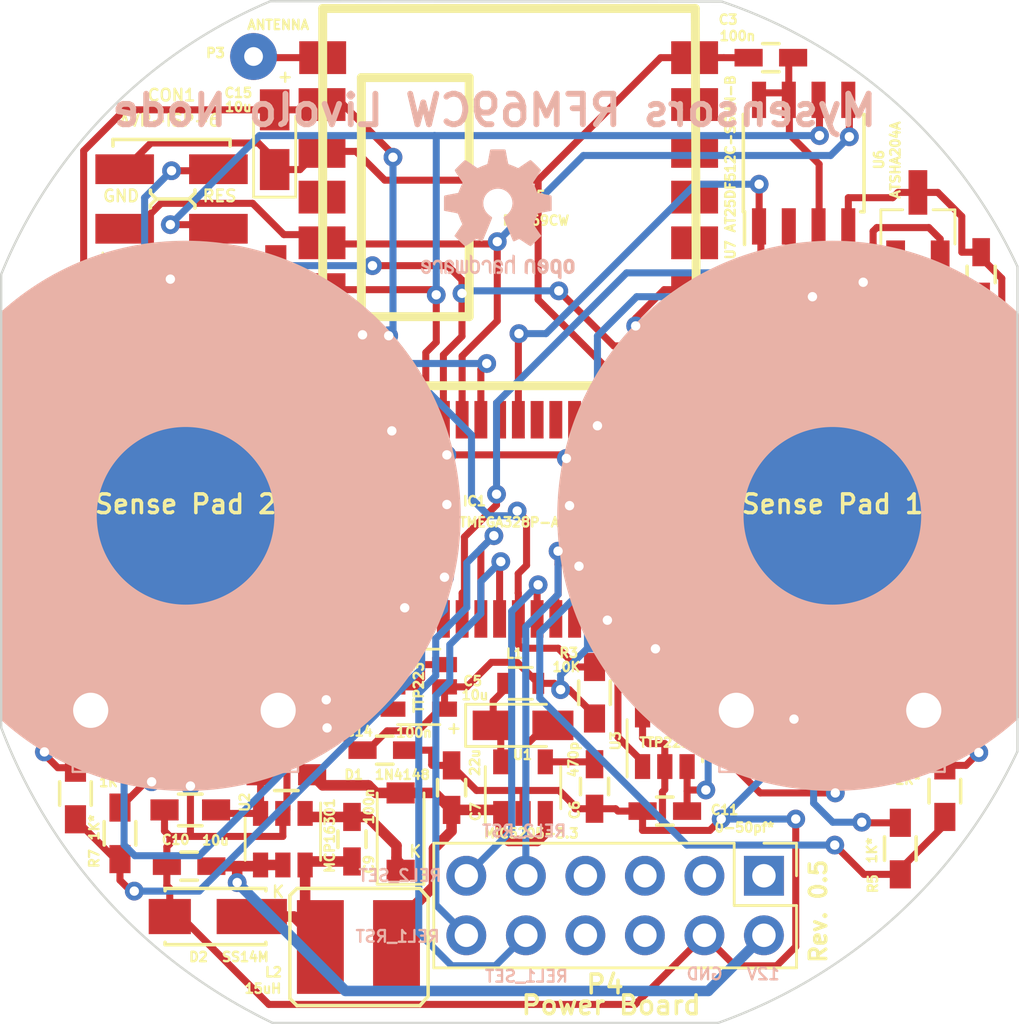
<source format=kicad_pcb>
(kicad_pcb (version 20171130) (host pcbnew "(5.1.12)-1")
  (layers (0 F.Cu signal) (31 B.Cu signal) (34 B.Paste user hide) (35 F.Paste user hide) (36 B.SilkS user hide) (37 F.SilkS user hide) (38 B.Mask user hide) (39 F.Mask user hide) (44 Edge.Cuts user))
  (net 0 "")
  (net 1 +3V3)
  (net 2 GND)
  (net 3 "Net-(C4-Pad2)")
  (net 4 "Net-(C6-Pad1)")
  (net 5 "Net-(C7-Pad1)")
  (net 6 /RESET)
  (net 7 "Net-(C9-Pad2)")
  (net 8 "Net-(C9-Pad1)")
  (net 9 /12Vcc)
  (net 10 "Net-(C11-Pad1)")
  (net 11 "Net-(C12-Pad1)")
  (net 12 /MISO)
  (net 13 /SCK)
  (net 14 /MOSI)
  (net 15 "Net-(D3-Pad2)")
  (net 16 "Net-(D4-Pad1)")
  (net 17 "Net-(D5-Pad1)")
  (net 18 "Net-(D6-Pad2)")
  (net 19 /INT)
  (net 20 /TS2)
  (net 21 /S2_LEDs)
  (net 22 /TS1)
  (net 23 /S1_LEDs)
  (net 24 "Net-(P3-Pad1)")
  (net 25 "Net-(R1-Pad1)")
  (net 26 /Relay2_Reset)
  (net 27 /Relay1_Reset)
  (net 28 /Relay2_Set)
  (net 29 /Relay1_Set)
  (net 30 /ATSHA204A)
  (net 31 /RADIO_SS)
  (net 32 /FLASH_SS)
  (net 33 "Net-(C5-Pad1)")
  (module myfootprints:Livolo_EU_SW_2_Channel_1Way_Frame_VL-C700X-1_Ver_B8 (layer F.Cu) (at 143.125 91.975)
    (fp_text reference REF**_5 hide)
    (fp_text value Livolo_EU_SW_2Ways_Frame hide)
    (fp_line (start -22.34 9.21) (end -22.34 9.21) (layer Edge.Cuts) (width 0.1))
    (fp_line (start -22.339634 9.205351) (end -22.339634 9.205351) (layer Edge.Cuts) (width 0.1))
  )
  (module myfootprints:AVR_ISP_SMT_Small_02x03 (layer F.Cu) (at 128.05 79.9 90)
    (fp_text reference CON1 (at 5.7 0) (layer F.SilkS) (effects (font (size 0.5 0.5) (thickness 0.1))))
    (fp_text value AVR-ISP-6 (at 4.625 -0.075 180) (layer F.SilkS) (effects (font (size 0.5 0.5) (thickness 0.1))))
    (pad 2 smd rect (at -2.54 -2 90) (size 1.27 2.5) (layers F.Cu F.Paste F.Mask) (net 1 +3V3))
    (pad 4 smd rect (at 0 -2 90) (size 1.27 2.5) (layers F.Cu F.Paste F.Mask) (net 14 /MOSI))
    (pad 6 smd rect (at 2.54 -2 90) (size 1.27 2.5) (layers F.Cu F.Paste F.Mask) (net 2 GND))
    (pad 5 smd rect (at 2.54 2 90) (size 1.27 2.5) (layers F.Cu F.Paste F.Mask) (net 6 /RESET))
    (pad 3 smd rect (at 0 2 90) (size 1.27 2.5) (layers F.Cu F.Paste F.Mask) (net 13 /SCK))
    (pad 1 smd rect (at -2.5 2 90) (size 1.27 2.5) (layers F.Cu F.Paste F.Mask) (net 12 /MISO))
  )
  (module Capacitors_Tantalum_SMD:CP_Tantalum_Case-R_EIA-2012-12_Wave (layer F.Cu) (at 143.05 101.092)
    (fp_text reference C5 (at -2.15 -1.892) (layer F.SilkS) (effects (font (size 0.4 0.4) (thickness 0.1))))
    (fp_text value 10u (at -2.05 -1.292) (layer F.SilkS) (effects (font (size 0.4 0.4) (thickness 0.1))))
    (pad 1 smd rect (at -1.275 0) (size 1.75 1.26) (layers F.Cu F.Paste F.Mask) (net 33 "Net-(C5-Pad1)"))
    (pad 2 smd rect (at 1.275 0) (size 1.75 1.26) (layers F.Cu F.Paste F.Mask) (net 2 GND))
  )
  (module myfootprints:touch_pad_16mm (layer F.Cu) (at 156.25 92.15)
    (fp_text reference P1 hide)
    (fp_text value "Sense Pad 1" (at 0 -0.5) (layer F.SilkS) (effects (font (size 0.8 0.8))))
    (pad 1 smd circle (at 0 0) (size 15.5 15.5) (layers B.Cu) (net 10 "Net-(C11-Pad1)"))
  )
  (module myfootprints:touch_pad_16mm (layer F.Cu) (at 128.65 92.15)
    (fp_text reference P2 hide)
    (fp_text value "Sense Pad 2" (at 0 -0.5) (layer F.SilkS) (effects (font (size 0.8 0.8))))
    (pad 1 smd circle (at 0 0) (size 15.5 15.5) (layers B.Cu) (net 11 "Net-(C12-Pad1)"))
  )
  (module Resistors_SMD:R_0603_HandSoldering (layer F.Cu) (at 159.766 83.312 180)
    (fp_text reference R10 (at 0.866 -1.238 180) (layer F.SilkS) (effects (font (size 0.4 0.4) (thickness 0.1))))
    (fp_text value 1K (at -0.762 -1.27 180) (layer F.SilkS) (effects (font (size 0.4 0.4) (thickness 0.1))))
    (pad 1 smd rect (at -1.1 0 180) (size 1.2 0.9) (layers F.Cu F.Paste F.Mask) (net 1 +3V3))
    (pad 2 smd rect (at 1.1 0 180) (size 1.2 0.9) (layers F.Cu F.Paste F.Mask) (net 30 /ATSHA204A))
  )
  (module Symbols:OSHW-Logo2_7.3x6mm_SilkScreen (layer B.Cu) (at 141.975 79.275 180)
    (fp_text reference REF*** hide)
    (fp_text value OSHW-Logo2_7.3x6mm_SilkScreen hide)
  )
  (module myfootprints:VLCF4020T-150MR68 (layer F.Cu) (at 135.9 110.55 270)
    (fp_text reference L2 (at 1.075 3.5) (layer F.SilkS) (effects (font (size 0.4 0.4) (thickness 0.1))))
    (fp_text value 15uH (at 1.775 3.95) (layer F.SilkS) (effects (font (size 0.4 0.4) (thickness 0.1))))
    (pad 2 smd rect (at 0 1.5 270) (size 4 2) (layers F.Cu F.Paste F.Mask) (net 7 "Net-(C9-Pad2)"))
    (pad 1 smd rect (at 0 -1.75 270) (size 4 2) (layers F.Cu F.Paste F.Mask) (net 5 "Net-(C7-Pad1)"))
  )
  (module Capacitors_SMD:C_0603_HandSoldering (layer F.Cu) (at 153.625 72.6)
    (fp_text reference C3 (at -1.825 -1.625 180) (layer F.SilkS) (effects (font (size 0.4 0.4) (thickness 0.1))))
    (fp_text value 100n (at -1.425 -0.925 180) (layer F.SilkS) (effects (font (size 0.4 0.4) (thickness 0.1))))
    (pad 1 smd rect (at -0.95 0) (size 1.2 0.75) (layers F.Cu F.Paste F.Mask) (net 2 GND))
    (pad 2 smd rect (at 0.95 0) (size 1.2 0.75) (layers F.Cu F.Paste F.Mask) (net 1 +3V3))
  )
  (module Pin_Headers:Pin_Header_Straight_2x06_Pitch2.54mm (layer F.Cu) (at 153.33 107.51 270)
    (fp_text reference P4 (at 4.631 6.78 180) (layer F.SilkS) (effects (font (size 0.8 0.8))))
    (fp_text value "Power Board" (at 5.52 6.518 180) (layer F.SilkS) (effects (font (size 0.8 0.8))))
    (pad 1 thru_hole rect (at 0 0 270) (size 1.7 1.7) (drill 1) (layers *.Cu *.Mask))
    (pad 2 thru_hole oval (at 2.54 0 270) (size 1.7 1.7) (drill 1) (layers *.Cu *.Mask) (net 9 /12Vcc))
    (pad 3 thru_hole oval (at 0 2.54 270) (size 1.7 1.7) (drill 1) (layers *.Cu *.Mask))
    (pad 4 thru_hole oval (at 2.54 2.54 270) (size 1.7 1.7) (drill 1) (layers *.Cu *.Mask) (net 2 GND))
    (pad 5 thru_hole oval (at 0 5.08 270) (size 1.7 1.7) (drill 1) (layers *.Cu *.Mask))
    (pad 6 thru_hole oval (at 2.54 5.08 270) (size 1.7 1.7) (drill 1) (layers *.Cu *.Mask))
    (pad 7 thru_hole oval (at 0 7.62 270) (size 1.7 1.7) (drill 1) (layers *.Cu *.Mask))
    (pad 8 thru_hole oval (at 2.54 7.62 270) (size 1.7 1.7) (drill 1) (layers *.Cu *.Mask))
    (pad 9 thru_hole oval (at 0 10.16 270) (size 1.7 1.7) (drill 1) (layers *.Cu *.Mask) (net 26 /Relay2_Reset))
    (pad 10 thru_hole oval (at 2.54 10.16 270) (size 1.7 1.7) (drill 1) (layers *.Cu *.Mask) (net 29 /Relay1_Set))
    (pad 11 thru_hole oval (at 0 12.7 270) (size 1.7 1.7) (drill 1) (layers *.Cu *.Mask) (net 28 /Relay2_Set))
    (pad 12 thru_hole oval (at 2.54 12.7 270) (size 1.7 1.7) (drill 1) (layers *.Cu *.Mask) (net 27 /Relay1_Reset))
  )
  (module myfootprints:hole_1.5mm (layer F.Cu) (at 152.15 100.45)
    (fp_text reference REF**_4 hide)
    (fp_text value hole_1.5mm hide)
    (pad "" np_thru_hole circle (at 0 0) (size 1.5 1.5) (drill 1.5) (layers *.Cu *.Mask))
  )
  (module myfootprints:hole_1.5mm (layer F.Cu) (at 160.15 100.45)
    (fp_text reference REF**_3 hide)
    (fp_text value hole_1.5mm hide)
    (pad "" np_thru_hole circle (at 0 0) (size 1.5 1.5) (drill 1.5) (layers *.Cu *.Mask))
  )
  (module myfootprints:hole_1.5mm (layer F.Cu) (at 132.6 100.45)
    (fp_text reference REF**_2 hide)
    (fp_text value hole_1.5mm hide)
    (pad "" np_thru_hole circle (at 0 0) (size 1.5 1.5) (drill 1.5) (layers *.Cu *.Mask))
  )
  (module myfootprints:hole_1.5mm (layer F.Cu) (at 124.6 100.45)
    (fp_text reference REF** hide)
    (fp_text value hole_1.5mm hide)
    (pad "" np_thru_hole circle (at 0 0) (size 1.5 1.5) (drill 1.5) (layers *.Cu *.Mask))
  )
  (module Capacitors_SMD:C_0402 (layer F.Cu) (at 137.15 96.9)
    (fp_text reference C4 (at -1.75 -1.35 180) (layer F.SilkS) (effects (font (size 0.4 0.4) (thickness 0.1))))
    (fp_text value 100n (at -1.3 -0.65 180) (layer F.SilkS) (effects (font (size 0.4 0.4) (thickness 0.1))))
    (pad 1 smd rect (at -0.55 0) (size 0.6 0.5) (layers F.Cu F.Paste F.Mask) (net 2 GND))
    (pad 2 smd rect (at 0.55 0) (size 0.6 0.5) (layers F.Cu F.Paste F.Mask) (net 3 "Net-(C4-Pad2)"))
  )
  (module Capacitors_SMD:C_0402 (layer F.Cu) (at 137.35 87.5 180)
    (fp_text reference C2 (at 1.5 0.275 180) (layer F.SilkS) (effects (font (size 0.4 0.4) (thickness 0.1))))
    (fp_text value 100n (at 1.85 -0.4 180) (layer F.SilkS) (effects (font (size 0.4 0.4) (thickness 0.1))))
    (pad 1 smd rect (at -0.55 0 180) (size 0.6 0.5) (layers F.Cu F.Paste F.Mask))
    (pad 2 smd rect (at 0.55 0 180) (size 0.6 0.5) (layers F.Cu F.Paste F.Mask) (net 1 +3V3))
  )
  (module Capacitors_SMD:C_0402 (layer F.Cu) (at 147.5 87.5)
    (fp_text reference C1 (at 1.525 -0.3) (layer F.SilkS) (effects (font (size 0.4 0.4) (thickness 0.1))))
    (fp_text value 100n (at 1.95 0.375) (layer F.SilkS) (effects (font (size 0.4 0.4) (thickness 0.1))))
    (pad 1 smd rect (at -0.55 0) (size 0.6 0.5) (layers F.Cu F.Paste F.Mask) (net 1 +3V3))
    (pad 2 smd rect (at 0.55 0) (size 0.6 0.5) (layers F.Cu F.Paste F.Mask) (net 2 GND))
  )
  (module Capacitors_SMD:C_0603_HandSoldering (layer F.Cu) (at 128.8 107.1 180)
    (fp_text reference C10 (at 0.575 1.125 180) (layer F.SilkS) (effects (font (size 0.4 0.4) (thickness 0.1))))
    (fp_text value 10u (at -1.125 1.1 180) (layer F.SilkS) (effects (font (size 0.4 0.4) (thickness 0.1))))
    (pad 1 smd rect (at -0.95 0 180) (size 1.2 0.75) (layers F.Cu F.Paste F.Mask) (net 9 /12Vcc))
    (pad 2 smd rect (at 0.95 0 180) (size 1.2 0.75) (layers F.Cu F.Paste F.Mask) (net 2 GND))
  )
  (module Capacitors_SMD:C_0603_HandSoldering (layer F.Cu) (at 140 103.75 90)
    (fp_text reference C7 (at -1.025 1.025 90) (layer F.SilkS) (effects (font (size 0.4 0.4) (thickness 0.1))))
    (fp_text value 22u (at 1.075 1 270) (layer F.SilkS) (effects (font (size 0.4 0.4) (thickness 0.1))))
    (pad 1 smd rect (at -0.95 0 90) (size 1.2 0.75) (layers F.Cu F.Paste F.Mask) (net 5 "Net-(C7-Pad1)"))
    (pad 2 smd rect (at 0.95 0 90) (size 1.2 0.75) (layers F.Cu F.Paste F.Mask) (net 2 GND))
  )
  (module myfootprints:SS14M (layer F.Cu) (at 129.475 109.25 180)
    (fp_text reference D2 (at 0.275 -1.725 180) (layer F.SilkS) (effects (font (size 0.4 0.4) (thickness 0.1))))
    (fp_text value SS14M (at -1.725 -1.725 180) (layer F.SilkS) (effects (font (size 0.4 0.4) (thickness 0.1))))
    (pad 2 smd rect (at 1.5 0 180) (size 1.8 1.5) (layers F.Cu F.Paste F.Mask) (net 2 GND))
    (pad 1 smd rect (at -2 0 180) (size 3 1.5) (layers F.Cu F.Paste F.Mask) (net 7 "Net-(C9-Pad2)"))
  )
  (module Capacitors_SMD:C_0603_HandSoldering (layer F.Cu) (at 146.1 103.7 270)
    (fp_text reference C6 (at 1 0.85 270) (layer F.SilkS) (effects (font (size 0.4 0.4) (thickness 0.1))))
    (fp_text value 470p (at -1.15 0.9 270) (layer F.SilkS) (effects (font (size 0.4 0.4) (thickness 0.1))))
    (pad 2 smd rect (at 0.95 0 270) (size 1.2 0.75) (layers F.Cu F.Paste F.Mask) (net 2 GND))
    (pad 1 smd rect (at -0.95 0 270) (size 1.2 0.75) (layers F.Cu F.Paste F.Mask) (net 4 "Net-(C6-Pad1)"))
  )
  (module Capacitors_SMD:C_0603_HandSoldering (layer F.Cu) (at 135.75 105.95 270)
    (fp_text reference C9 (at 1.075 -0.725 90) (layer F.SilkS) (effects (font (size 0.4 0.4) (thickness 0.1))))
    (fp_text value 100n (at -1.4 -0.725 90) (layer F.SilkS) (effects (font (size 0.4 0.4) (thickness 0.1))))
    (pad 2 smd rect (at 0.95 0 270) (size 1.2 0.75) (layers F.Cu F.Paste F.Mask) (net 7 "Net-(C9-Pad2)"))
    (pad 1 smd rect (at -0.95 0 270) (size 1.2 0.75) (layers F.Cu F.Paste F.Mask) (net 8 "Net-(C9-Pad1)"))
  )
  (module Capacitors_SMD:C_0603_HandSoldering (layer F.Cu) (at 149.1 104.75 180)
    (fp_text reference C11 (at -2.55 0.05 180) (layer F.SilkS) (effects (font (size 0.4 0.4) (thickness 0.1))))
    (fp_text value 0-50pf* (at -3.4 -0.7 180) (layer F.SilkS) (effects (font (size 0.4 0.4) (thickness 0.1))))
    (pad 1 smd rect (at -0.95 0 180) (size 1.2 0.75) (layers F.Cu F.Paste F.Mask) (net 10 "Net-(C11-Pad1)"))
    (pad 2 smd rect (at 0.95 0 180) (size 1.2 0.75) (layers F.Cu F.Paste F.Mask) (net 2 GND))
  )
  (module Capacitors_SMD:C_0603_HandSoldering (layer F.Cu) (at 135.7 99.35 90)
    (fp_text reference C12 (at 0.525 -1.95 90) (layer F.SilkS) (effects (font (size 0.4 0.4) (thickness 0.1))))
    (fp_text value 0-50pf* (at 1.4 -1.125 90) (layer F.SilkS) (effects (font (size 0.4 0.4) (thickness 0.1))))
    (pad 1 smd rect (at -0.95 0 90) (size 1.2 0.75) (layers F.Cu F.Paste F.Mask) (net 11 "Net-(C12-Pad1)"))
    (pad 2 smd rect (at 0.95 0 90) (size 1.2 0.75) (layers F.Cu F.Paste F.Mask) (net 2 GND))
  )
  (module Capacitors_SMD:C_0603_HandSoldering (layer F.Cu) (at 149.1 98.9 180)
    (fp_text reference C13 (at -0.925 1.825 180) (layer F.SilkS) (effects (font (size 0.4 0.4) (thickness 0.1))))
    (fp_text value 100n (at -1.125 1.075 180) (layer F.SilkS) (effects (font (size 0.4 0.4) (thickness 0.1))))
    (pad 2 smd rect (at 0.95 0 180) (size 1.2 0.75) (layers F.Cu F.Paste F.Mask) (net 2 GND))
    (pad 1 smd rect (at -0.95 0 180) (size 1.2 0.75) (layers F.Cu F.Paste F.Mask) (net 1 +3V3))
  )
  (module Capacitors_SMD:C_0603_HandSoldering (layer F.Cu) (at 137.15 102.15)
    (fp_text reference C14 (at -1.1 -0.8 180) (layer F.SilkS) (effects (font (size 0.4 0.4) (thickness 0.1))))
    (fp_text value 100n (at 1.25 -0.75) (layer F.SilkS) (effects (font (size 0.4 0.4) (thickness 0.1))))
    (pad 2 smd rect (at 0.95 0) (size 1.2 0.75) (layers F.Cu F.Paste F.Mask) (net 2 GND))
    (pad 1 smd rect (at -0.95 0) (size 1.2 0.75) (layers F.Cu F.Paste F.Mask) (net 1 +3V3))
  )
  (module Diodes_SMD:SOD-123 (layer F.Cu) (at 137.825 105.625 90)
    (fp_text reference D1 (at 2.425 -2 180) (layer F.SilkS) (effects (font (size 0.4 0.4) (thickness 0.1))))
    (fp_text value 1N4148 (at 2.425 0.075) (layer F.SilkS) (effects (font (size 0.4 0.4) (thickness 0.1))))
    (pad 2 smd rect (at 1.65 0 90) (size 0.9 1.2) (layers F.Cu F.Paste F.Mask) (net 5 "Net-(C7-Pad1)"))
    (pad 1 smd rect (at -1.65 0 90) (size 0.9 1.2) (layers F.Cu F.Paste F.Mask) (net 8 "Net-(C9-Pad1)"))
  )
  (module Diodes_SMD:D_0603 (layer B.Cu) (at 130.5 102.15 180)
    (fp_text reference D3 (at -0.9 1.05 180) (layer B.SilkS) (effects (font (size 0.4 0.4) (thickness 0.1)) (justify mirror)))
    (fp_text value Blue (at 0.6 1.05 180) (layer B.SilkS) (effects (font (size 0.4 0.4) (thickness 0.1)) (justify mirror)))
    (pad 2 smd rect (at 0.85 0 180) (size 0.6 0.8) (layers B.Cu B.Paste B.Mask) (net 15 "Net-(D3-Pad2)"))
    (pad 1 smd rect (at -0.85 0 180) (size 0.6 0.8) (layers B.Cu B.Paste B.Mask) (net 2 GND))
  )
  (module Diodes_SMD:D_0603 (layer B.Cu) (at 126.85 102.15)
    (fp_text reference D4 (at 0.9 -1.05) (layer B.SilkS) (effects (font (size 0.4 0.4) (thickness 0.1)) (justify mirror)))
    (fp_text value Red (at -0.6 -1.05) (layer B.SilkS) (effects (font (size 0.4 0.4) (thickness 0.1)) (justify mirror)))
    (pad 1 smd rect (at -0.85 0) (size 0.6 0.8) (layers B.Cu B.Paste B.Mask) (net 16 "Net-(D4-Pad1)"))
    (pad 2 smd rect (at 0.85 0) (size 0.6 0.8) (layers B.Cu B.Paste B.Mask) (net 1 +3V3))
  )
  (module Diodes_SMD:D_0603 (layer B.Cu) (at 157.95 102.15 180)
    (fp_text reference D5 (at -0.85 1.05 180) (layer B.SilkS) (effects (font (size 0.4 0.4) (thickness 0.1)) (justify mirror)))
    (fp_text value Red (at 0.65 1.05 180) (layer B.SilkS) (effects (font (size 0.4 0.4) (thickness 0.1)) (justify mirror)))
    (pad 1 smd rect (at -0.85 0 180) (size 0.6 0.8) (layers B.Cu B.Paste B.Mask) (net 17 "Net-(D5-Pad1)"))
    (pad 2 smd rect (at 0.85 0 180) (size 0.6 0.8) (layers B.Cu B.Paste B.Mask) (net 1 +3V3))
  )
  (module Diodes_SMD:D_0603 (layer B.Cu) (at 154.6 102.15)
    (fp_text reference D6 (at 1 -1.05) (layer B.SilkS) (effects (font (size 0.4 0.4) (thickness 0.1)) (justify mirror)))
    (fp_text value Blue (at -0.6 -1.05) (layer B.SilkS) (effects (font (size 0.4 0.4) (thickness 0.1)) (justify mirror)))
    (pad 2 smd rect (at 0.85 0) (size 0.6 0.8) (layers B.Cu B.Paste B.Mask) (net 18 "Net-(D6-Pad2)"))
    (pad 1 smd rect (at -0.85 0) (size 0.6 0.8) (layers B.Cu B.Paste B.Mask) (net 2 GND))
  )
  (module Housings_QFP:TQFP-32_7x7mm_Pitch0.8mm (layer F.Cu) (at 142.45 92.3 180)
    (fp_text reference IC1 (at 1.475 0.775) (layer F.SilkS) (effects (font (size 0.4 0.4) (thickness 0.1))))
    (fp_text value ATMEGA328P-AU (at -0.05 -0.125) (layer F.SilkS) (effects (font (size 0.4 0.4) (thickness 0.1))))
    (pad 32 smd rect (at -2.8 -4.25 270) (size 1.6 0.55) (layers F.Cu F.Paste F.Mask) (net 19 /INT))
    (pad 31 smd rect (at -2 -4.25 270) (size 1.6 0.55) (layers F.Cu F.Paste F.Mask) (net 26 /Relay2_Reset))
    (pad 30 smd rect (at -1.2 -4.25 270) (size 1.6 0.55) (layers F.Cu F.Paste F.Mask) (net 28 /Relay2_Set))
    (pad 29 smd rect (at -0.4 -4.25 270) (size 1.6 0.55) (layers F.Cu F.Paste F.Mask) (net 6 /RESET))
    (pad 28 smd rect (at 0.4 -4.25 270) (size 1.6 0.55) (layers F.Cu F.Paste F.Mask) (net 27 /Relay1_Reset))
    (pad 27 smd rect (at 1.2 -4.25 270) (size 1.6 0.55) (layers F.Cu F.Paste F.Mask) (net 29 /Relay1_Set))
    (pad 26 smd rect (at 2 -4.25 270) (size 1.6 0.55) (layers F.Cu F.Paste F.Mask) (net 30 /ATSHA204A))
    (pad 25 smd rect (at 2.8 -4.25 270) (size 1.6 0.55) (layers F.Cu F.Paste F.Mask))
    (pad 24 smd rect (at 4.25 -2.8 180) (size 1.6 0.55) (layers F.Cu F.Paste F.Mask) (net 20 /TS2))
    (pad 23 smd rect (at 4.25 -2 180) (size 1.6 0.55) (layers F.Cu F.Paste F.Mask) (net 21 /S2_LEDs))
    (pad 22 smd rect (at 4.25 -1.2 180) (size 1.6 0.55) (layers F.Cu F.Paste F.Mask))
    (pad 21 smd rect (at 4.25 -0.4 180) (size 1.6 0.55) (layers F.Cu F.Paste F.Mask) (net 2 GND))
    (pad 20 smd rect (at 4.25 0.4 180) (size 1.6 0.55) (layers F.Cu F.Paste F.Mask) (net 3 "Net-(C4-Pad2)"))
    (pad 19 smd rect (at 4.25 1.2 180) (size 1.6 0.55) (layers F.Cu F.Paste F.Mask))
    (pad 18 smd rect (at 4.25 2 180) (size 1.6 0.55) (layers F.Cu F.Paste F.Mask) (net 1 +3V3))
    (pad 17 smd rect (at 4.25 2.8 180) (size 1.6 0.55) (layers F.Cu F.Paste F.Mask) (net 13 /SCK))
    (pad 16 smd rect (at 2.8 4.25 270) (size 1.6 0.55) (layers F.Cu F.Paste F.Mask) (net 12 /MISO))
    (pad 15 smd rect (at 2 4.25 270) (size 1.6 0.55) (layers F.Cu F.Paste F.Mask) (net 14 /MOSI))
    (pad 14 smd rect (at 1.2 4.25 270) (size 1.6 0.55) (layers F.Cu F.Paste F.Mask) (net 31 /RADIO_SS))
    (pad 13 smd rect (at 0.4 4.25 270) (size 1.6 0.55) (layers F.Cu F.Paste F.Mask))
    (pad 12 smd rect (at -0.4 4.25 270) (size 1.6 0.55) (layers F.Cu F.Paste F.Mask) (net 32 /FLASH_SS))
    (pad 11 smd rect (at -1.2 4.25 270) (size 1.6 0.55) (layers F.Cu F.Paste F.Mask))
    (pad 10 smd rect (at -2 4.25 270) (size 1.6 0.55) (layers F.Cu F.Paste F.Mask))
    (pad 9 smd rect (at -2.8 4.25 270) (size 1.6 0.55) (layers F.Cu F.Paste F.Mask))
    (pad 8 smd rect (at -4.25 2.8 180) (size 1.6 0.55) (layers F.Cu F.Paste F.Mask))
    (pad 7 smd rect (at -4.25 2 180) (size 1.6 0.55) (layers F.Cu F.Paste F.Mask))
    (pad 6 smd rect (at -4.25 1.2 180) (size 1.6 0.55) (layers F.Cu F.Paste F.Mask) (net 1 +3V3))
    (pad 5 smd rect (at -4.25 0.4 180) (size 1.6 0.55) (layers F.Cu F.Paste F.Mask) (net 2 GND))
    (pad 4 smd rect (at -4.25 -0.4 180) (size 1.6 0.55) (layers F.Cu F.Paste F.Mask) (net 1 +3V3))
    (pad 3 smd rect (at -4.25 -1.2 180) (size 1.6 0.55) (layers F.Cu F.Paste F.Mask) (net 2 GND))
    (pad 2 smd rect (at -4.25 -2 180) (size 1.6 0.55) (layers F.Cu F.Paste F.Mask) (net 23 /S1_LEDs))
    (pad 1 smd rect (at -4.25 -2.8 180) (size 1.6 0.55) (layers F.Cu F.Paste F.Mask) (net 22 /TS1))
  )
  (module Wire_Pads:SolderWirePad_single_0-8mmDrill (layer F.Cu) (at 131.55 72.55)
    (fp_text reference P3 (at -1.625 -0.15) (layer F.SilkS) (effects (font (size 0.4 0.4) (thickness 0.1))))
    (fp_text value ANTENNA (at 1.05 -1.35) (layer F.SilkS) (effects (font (size 0.4 0.4) (thickness 0.1))))
    (pad 1 thru_hole circle (at 0 0) (size 1.99898 1.99898) (drill 0.8001) (layers *.Cu *.Mask) (net 24 "Net-(P3-Pad1)"))
  )
  (module Resistors_SMD:R_0603_HandSoldering (layer F.Cu) (at 132.95 103.2)
    (fp_text reference R1 (at -0.7 -1.15) (layer F.SilkS) (effects (font (size 0.4 0.4) (thickness 0.1))))
    (fp_text value 31K6 (at 1 -1.15) (layer F.SilkS) (effects (font (size 0.4 0.4) (thickness 0.1))))
    (pad 1 smd rect (at -1.1 0) (size 1.2 0.9) (layers F.Cu F.Paste F.Mask) (net 25 "Net-(R1-Pad1)"))
    (pad 2 smd rect (at 1.1 0) (size 1.2 0.9) (layers F.Cu F.Paste F.Mask) (net 5 "Net-(C7-Pad1)"))
  )
  (module Resistors_SMD:R_0603_HandSoldering (layer F.Cu) (at 128.85 104.7)
    (fp_text reference R2 (at -0.75 -1.175) (layer F.SilkS) (effects (font (size 0.4 0.4) (thickness 0.1))))
    (fp_text value 10K (at 0.65 -1.175) (layer F.SilkS) (effects (font (size 0.4 0.4) (thickness 0.1))))
    (pad 2 smd rect (at 1.1 0) (size 1.2 0.9) (layers F.Cu F.Paste F.Mask) (net 25 "Net-(R1-Pad1)"))
    (pad 1 smd rect (at -1.1 0) (size 1.2 0.9) (layers F.Cu F.Paste F.Mask) (net 2 GND))
  )
  (module Resistors_SMD:R_0603_HandSoldering (layer F.Cu) (at 146.1 99.7 90)
    (fp_text reference R3 (at 1.7 -1.1 180) (layer F.SilkS) (effects (font (size 0.4 0.4) (thickness 0.1))))
    (fp_text value 10K (at 1.1 -1.2) (layer F.SilkS) (effects (font (size 0.4 0.4) (thickness 0.1))))
    (pad 1 smd rect (at -1.1 0 90) (size 1.2 0.9) (layers F.Cu F.Paste F.Mask) (net 1 +3V3))
    (pad 2 smd rect (at 1.1 0 90) (size 1.2 0.9) (layers F.Cu F.Paste F.Mask) (net 6 /RESET))
  )
  (module Resistors_SMD:R_0603_HandSoldering (layer F.Cu) (at 132.5 82.3 90)
    (fp_text reference R4 (at -2.35 0.075 180) (layer F.SilkS) (effects (font (size 0.4 0.4) (thickness 0.1))))
    (fp_text value 56K (at -3.125 0.05 180) (layer F.SilkS) (effects (font (size 0.4 0.4) (thickness 0.1))))
    (pad 2 smd rect (at 1.1 0 90) (size 1.2 0.9) (layers F.Cu F.Paste F.Mask) (net 1 +3V3))
    (pad 1 smd rect (at -1.1 0 90) (size 1.2 0.9) (layers F.Cu F.Paste F.Mask) (net 31 /RADIO_SS))
  )
  (module Resistors_SMD:R_0603_HandSoldering (layer F.Cu) (at 159.15 106.35 270)
    (fp_text reference R5 (at 1.5 1.17 270) (layer F.SilkS) (effects (font (size 0.4 0.4) (thickness 0.1))))
    (fp_text value 1K* (at 0.08 1.21 270) (layer F.SilkS) (effects (font (size 0.4 0.4) (thickness 0.1))))
    (pad 1 smd rect (at -1.1 0 270) (size 1.2 0.9) (layers F.Cu F.Paste F.Mask) (net 18 "Net-(D6-Pad2)"))
    (pad 2 smd rect (at 1.1 0 270) (size 1.2 0.9) (layers F.Cu F.Paste F.Mask) (net 23 /S1_LEDs))
  )
  (module Resistors_SMD:R_0603_HandSoldering (layer F.Cu) (at 161.05 103.9 270)
    (fp_text reference R6 (at -1.26 1.75) (layer F.SilkS) (effects (font (size 0.4 0.4) (thickness 0.1))))
    (fp_text value 1K* (at -0.49 1.57) (layer F.SilkS) (effects (font (size 0.4 0.4) (thickness 0.1))))
    (pad 2 smd rect (at 1.1 0 270) (size 1.2 0.9) (layers F.Cu F.Paste F.Mask) (net 23 /S1_LEDs))
    (pad 1 smd rect (at -1.1 0 270) (size 1.2 0.9) (layers F.Cu F.Paste F.Mask) (net 17 "Net-(D5-Pad1)"))
  )
  (module Resistors_SMD:R_0603_HandSoldering (layer F.Cu) (at 125.85 105.7 270)
    (fp_text reference R7 (at 1.075 1.1 270) (layer F.SilkS) (effects (font (size 0.4 0.4) (thickness 0.1))))
    (fp_text value 1K* (at -0.25 1.1 270) (layer F.SilkS) (effects (font (size 0.4 0.4) (thickness 0.1))))
    (pad 1 smd rect (at -1.1 0 270) (size 1.2 0.9) (layers F.Cu F.Paste F.Mask) (net 15 "Net-(D3-Pad2)"))
    (pad 2 smd rect (at 1.1 0 270) (size 1.2 0.9) (layers F.Cu F.Paste F.Mask) (net 21 /S2_LEDs))
  )
  (module Resistors_SMD:R_0603_HandSoldering (layer F.Cu) (at 123.95 104 270)
    (fp_text reference R8 (at -1.28 -1.37) (layer F.SilkS) (effects (font (size 0.4 0.4) (thickness 0.1))))
    (fp_text value 1K* (at -0.49 -1.56) (layer F.SilkS) (effects (font (size 0.4 0.4) (thickness 0.1))))
    (pad 2 smd rect (at 1.1 0 270) (size 1.2 0.9) (layers F.Cu F.Paste F.Mask) (net 21 /S2_LEDs))
    (pad 1 smd rect (at -1.1 0 270) (size 1.2 0.9) (layers F.Cu F.Paste F.Mask) (net 16 "Net-(D4-Pad1)"))
  )
  (module TO_SOT_Packages_SMD:SOT-23-5 (layer F.Cu) (at 143.05 103.75 90)
    (fp_text reference U1 (at 1.4 -0.025 180) (layer F.SilkS) (effects (font (size 0.4 0.4) (thickness 0.1))))
    (fp_text value MIC5205-3.3 (at -1.95 0.35 180) (layer F.SilkS) (effects (font (size 0.4 0.4) (thickness 0.1))))
    (pad 5 smd rect (at 1.1 -0.95 90) (size 1.06 0.65) (layers F.Cu F.Paste F.Mask) (net 33 "Net-(C5-Pad1)"))
    (pad 4 smd rect (at 1.1 0.95 90) (size 1.06 0.65) (layers F.Cu F.Paste F.Mask) (net 4 "Net-(C6-Pad1)"))
    (pad 3 smd rect (at -1.1 0.95 90) (size 1.06 0.65) (layers F.Cu F.Paste F.Mask) (net 5 "Net-(C7-Pad1)"))
    (pad 2 smd rect (at -1.1 0 90) (size 1.06 0.65) (layers F.Cu F.Paste F.Mask) (net 2 GND))
    (pad 1 smd rect (at -1.1 -0.95 90) (size 1.06 0.65) (layers F.Cu F.Paste F.Mask) (net 5 "Net-(C7-Pad1)"))
  )
  (module TO_SOT_Packages_SMD:SOT-23-6 (layer F.Cu) (at 132.8 105.95 270)
    (fp_text reference U2 (at -1.575 1.625 270) (layer F.SilkS) (effects (font (size 0.4 0.4) (thickness 0.1))))
    (fp_text value MCP16301 (at -0.15 -2 270) (layer F.SilkS) (effects (font (size 0.4 0.4) (thickness 0.1))))
    (pad 5 smd rect (at 1.1 0 270) (size 1.06 0.65) (layers F.Cu F.Paste F.Mask) (net 9 /12Vcc))
    (pad 6 smd rect (at 1.1 -0.95 270) (size 1.06 0.65) (layers F.Cu F.Paste F.Mask) (net 7 "Net-(C9-Pad2)"))
    (pad 4 smd rect (at 1.1 0.95 270) (size 1.06 0.65) (layers F.Cu F.Paste F.Mask) (net 9 /12Vcc))
    (pad 3 smd rect (at -1.1 0.95 270) (size 1.06 0.65) (layers F.Cu F.Paste F.Mask) (net 25 "Net-(R1-Pad1)"))
    (pad 2 smd rect (at -1.1 0 270) (size 1.06 0.65) (layers F.Cu F.Paste F.Mask) (net 2 GND))
    (pad 1 smd rect (at -1.1 -0.95 270) (size 1.06 0.65) (layers F.Cu F.Paste F.Mask) (net 8 "Net-(C9-Pad1)"))
  )
  (module TO_SOT_Packages_SMD:SOT-23-6 (layer F.Cu) (at 149.1 101.75 90)
    (fp_text reference U3 (at 0 -2.1 270) (layer F.SilkS) (effects (font (size 0.4 0.4) (thickness 0.1))))
    (fp_text value TTP223 (at -0.075 0) (layer F.SilkS) (effects (font (size 0.4 0.4) (thickness 0.1))))
    (pad 5 smd rect (at 1.1 0 90) (size 1.06 0.65) (layers F.Cu F.Paste F.Mask) (net 1 +3V3))
    (pad 6 smd rect (at 1.1 -0.95 90) (size 1.06 0.65) (layers F.Cu F.Paste F.Mask) (net 2 GND))
    (pad 4 smd rect (at 1.1 0.95 90) (size 1.06 0.65) (layers F.Cu F.Paste F.Mask) (net 1 +3V3))
    (pad 3 smd rect (at -1.1 0.95 90) (size 1.06 0.65) (layers F.Cu F.Paste F.Mask) (net 10 "Net-(C11-Pad1)"))
    (pad 2 smd rect (at -1.1 0 90) (size 1.06 0.65) (layers F.Cu F.Paste F.Mask) (net 2 GND))
    (pad 1 smd rect (at -1.1 -0.95 90) (size 1.06 0.65) (layers F.Cu F.Paste F.Mask) (net 22 /TS1))
  )
  (module TO_SOT_Packages_SMD:SOT-23-6 (layer F.Cu) (at 138.6 99.45)
    (fp_text reference U4 (at -0.05 -2) (layer F.SilkS) (effects (font (size 0.4 0.4) (thickness 0.1))))
    (fp_text value TTP223 (at 0 0.025 90) (layer F.SilkS) (effects (font (size 0.4 0.4) (thickness 0.1))))
    (pad 1 smd rect (at -1.1 -0.95) (size 1.06 0.65) (layers F.Cu F.Paste F.Mask) (net 20 /TS2))
    (pad 2 smd rect (at -1.1 0) (size 1.06 0.65) (layers F.Cu F.Paste F.Mask) (net 2 GND))
    (pad 3 smd rect (at -1.1 0.95) (size 1.06 0.65) (layers F.Cu F.Paste F.Mask) (net 11 "Net-(C12-Pad1)"))
    (pad 4 smd rect (at 1.1 0.95) (size 1.06 0.65) (layers F.Cu F.Paste F.Mask) (net 1 +3V3))
    (pad 6 smd rect (at 1.1 -0.95) (size 1.06 0.65) (layers F.Cu F.Paste F.Mask) (net 2 GND))
    (pad 5 smd rect (at 1.1 0) (size 1.06 0.65) (layers F.Cu F.Paste F.Mask) (net 1 +3V3))
  )
  (module myfootprints:RFM69CW (layer F.Cu) (at 142.45 78.55)
    (fp_text reference U5 (at 1.15 -0.05) (layer F.SilkS) (effects (font (size 0.4 0.4) (thickness 0.1))))
    (fp_text value RFM69CW (at 1.15 1) (layer F.SilkS) (effects (font (size 0.4 0.4) (thickness 0.1))))
    (pad 1 smd rect (at -7.9502 -5.95122) (size 1.99898 1.39954) (layers F.Cu F.Paste F.Mask) (net 24 "Net-(P3-Pad1)"))
    (pad 2 smd rect (at -7.97814 -3.9497) (size 1.99898 1.39954) (layers F.Cu F.Paste F.Mask) (net 1 +3V3))
    (pad 3 smd rect (at -7.97814 -1.95072) (size 1.99898 1.39954) (layers F.Cu F.Paste F.Mask) (net 2 GND))
    (pad 4 smd rect (at -7.97814 0) (size 1.99898 1.39954) (layers F.Cu F.Paste F.Mask))
    (pad 5 smd rect (at -7.97814 1.95072) (size 1.99898 1.39954) (layers F.Cu F.Paste F.Mask) (net 14 /MOSI))
    (pad 6 smd rect (at -7.97814 3.9497) (size 1.99898 1.39954) (layers F.Cu F.Paste F.Mask) (net 13 /SCK))
    (pad 7 smd rect (at -7.97814 5.95122) (size 1.99898 1.39954) (layers F.Cu F.Paste F.Mask) (net 31 /RADIO_SS))
    (pad 8 smd rect (at 7.92226 5.95122) (size 1.99898 1.39954) (layers F.Cu F.Paste F.Mask) (net 12 /MISO))
    (pad 9 smd rect (at 7.92226 3.9497) (size 1.99898 1.39954) (layers F.Cu F.Paste F.Mask) (net 19 /INT))
    (pad 10 smd rect (at 7.92226 1.95072) (size 1.99898 1.39954) (layers F.Cu F.Paste F.Mask))
    (pad 11 smd rect (at 7.92226 0) (size 1.99898 1.39954) (layers F.Cu F.Paste F.Mask))
    (pad 12 smd rect (at 7.92226 -1.95072) (size 1.99898 1.39954) (layers F.Cu F.Paste F.Mask))
    (pad 13 smd rect (at 7.92226 -3.9497) (size 1.99898 1.39954) (layers F.Cu F.Paste F.Mask))
    (pad 14 smd rect (at 7.92226 -5.95122) (size 1.99898 1.39954) (layers F.Cu F.Paste F.Mask) (net 2 GND))
  )
  (module Capacitors_SMD:C_0603_HandSoldering (layer F.Cu) (at 162.6 81.85 270)
    (fp_text reference C16 (at 2.95 0.45 270) (layer F.SilkS) (effects (font (size 0.4 0.4) (thickness 0.1))))
    (fp_text value 100n (at 2.7 -0.3 270) (layer F.SilkS) (effects (font (size 0.4 0.4) (thickness 0.1))))
    (pad 2 smd rect (at 0.95 0 270) (size 1.2 0.75) (layers F.Cu F.Paste F.Mask) (net 1 +3V3))
    (pad 1 smd rect (at -0.95 0 270) (size 1.2 0.75) (layers F.Cu F.Paste F.Mask) (net 2 GND))
  )
  (module Resistors_SMD:R_0603_HandSoldering (layer F.Cu) (at 154.3 81.7 180)
    (fp_text reference R9 (at 1.3 -1.4 180) (layer F.SilkS) (effects (font (size 0.4 0.4) (thickness 0.1))))
    (fp_text value 56K (at 0.1 -1.4 180) (layer F.SilkS) (effects (font (size 0.4 0.4) (thickness 0.1))))
    (pad 2 smd rect (at 1.1 0 180) (size 1.2 0.9) (layers F.Cu F.Paste F.Mask) (net 32 /FLASH_SS))
    (pad 1 smd rect (at -1.1 0 180) (size 1.2 0.9) (layers F.Cu F.Paste F.Mask) (net 1 +3V3))
  )
  (module Housings_SOIC:SOIC-8_3.9x4.9mm_Pitch1.27mm (layer F.Cu) (at 155.025 77.1 90)
    (fp_text reference U6 (at 0.15 3.215 270) (layer F.SilkS) (effects (font (size 0.4 0.4) (thickness 0.1))))
    (fp_text value AT25DF512C-SSHN-B (at 0.4 -3.125 90) (layer F.SilkS) (effects (font (size 0.4 0.4) (thickness 0.1))))
    (pad 8 smd rect (at 2.7 -1.905 90) (size 1.55 0.6) (layers F.Cu F.Paste F.Mask) (net 1 +3V3))
    (pad 7 smd rect (at 2.7 -0.635 90) (size 1.55 0.6) (layers F.Cu F.Paste F.Mask) (net 1 +3V3))
    (pad 6 smd rect (at 2.7 0.635 90) (size 1.55 0.6) (layers F.Cu F.Paste F.Mask) (net 13 /SCK))
    (pad 5 smd rect (at 2.7 1.905 90) (size 1.55 0.6) (layers F.Cu F.Paste F.Mask) (net 14 /MOSI))
    (pad 4 smd rect (at -2.7 1.905 90) (size 1.55 0.6) (layers F.Cu F.Paste F.Mask) (net 2 GND))
    (pad 3 smd rect (at -2.7 0.635 90) (size 1.55 0.6) (layers F.Cu F.Paste F.Mask) (net 1 +3V3))
    (pad 2 smd rect (at -2.7 -0.635 90) (size 1.55 0.6) (layers F.Cu F.Paste F.Mask) (net 12 /MISO))
    (pad 1 smd rect (at -2.7 -1.905 90) (size 1.55 0.6) (layers F.Cu F.Paste F.Mask) (net 32 /FLASH_SS))
  )
  (module TO_SOT_Packages_SMD:SOT-23_Handsoldering (layer F.Cu) (at 159.9 79.85 90)
    (fp_text reference U7 (at -0.95 -8 90) (layer F.SilkS) (effects (font (size 0.4 0.4) (thickness 0.1))))
    (fp_text value ATSHA204A (at 2.88 -0.96 270) (layer F.SilkS) (effects (font (size 0.4 0.4) (thickness 0.1))))
    (pad 3 smd rect (at 1.5 0 90) (size 1.9 0.8) (layers F.Cu F.Paste F.Mask) (net 2 GND))
    (pad 2 smd rect (at -1.5 0.95 90) (size 1.9 0.8) (layers F.Cu F.Paste F.Mask) (net 1 +3V3))
    (pad 1 smd rect (at -1.5 -0.95 90) (size 1.9 0.8) (layers F.Cu F.Paste F.Mask) (net 30 /ATSHA204A))
  )
  (module Resistors_SMD:R_0603 (layer F.Cu) (at 142.95 99.3 180)
    (fp_text reference L1 (at 0.266 1.27 180) (layer F.SilkS) (effects (font (size 0.4 0.4) (thickness 0.1))))
    (fp_text value BLM18HE152SN1D hide)
    (pad 2 smd rect (at 0.75 0 180) (size 0.5 0.9) (layers F.Cu F.Paste F.Mask) (net 33 "Net-(C5-Pad1)"))
    (pad 1 smd rect (at -0.75 0 180) (size 0.5 0.9) (layers F.Cu F.Paste F.Mask) (net 1 +3V3))
  )
  (module Capacitors_Tantalum_SMD:CP_Tantalum_Case-R_EIA-2012-12_Wave (layer F.Cu) (at 132.45 76.1 90)
    (fp_text reference C15 (at 2 -1.55 180) (layer F.SilkS) (effects (font (size 0.4 0.4) (thickness 0.1))))
    (fp_text value 10u (at 1.4 -1.55 180) (layer F.SilkS) (effects (font (size 0.4 0.4) (thickness 0.1))))
    (pad 2 smd rect (at 1.275 0 90) (size 1.75 1.26) (layers F.Cu F.Paste F.Mask) (net 1 +3V3))
    (pad 1 smd rect (at -1.275 0 90) (size 1.75 1.26) (layers F.Cu F.Paste F.Mask) (net 2 GND))
  )
  (gr_text REL1_SET (at 143.2 111.8) (layer B.SilkS) (effects (font (size 0.5 0.5) (thickness 0.1)) (justify mirror)))
  (gr_text REL1_RST (at 137.7 110.1) (layer B.SilkS) (effects (font (size 0.5 0.5) (thickness 0.1)) (justify mirror)))
  (gr_text REL2_RST (at 143.1 105.6) (layer B.SilkS) (effects (font (size 0.5 0.5) (thickness 0.1)) (justify mirror)))
  (gr_text REL2_SET (at 137.8 107.5) (layer B.SilkS) (effects (font (size 0.5 0.5) (thickness 0.1)) (justify mirror)))
  (gr_text + (at 140.1 101.2) (layer F.SilkS) (effects (font (size 0.5 0.5) (thickness 0.1))))
  (gr_text + (at 132.9 73.4) (layer F.SilkS) (effects (font (size 0.5 0.5) (thickness 0.1))))
  (gr_text "Rev. 0.5" (at 155.65 109.025 90) (layer F.SilkS) (effects (font (size 0.7 0.7))))
  (gr_text RES (at 130.1 78.5) (layer F.SilkS) (effects (font (size 0.5 0.5) (thickness 0.1))))
  (gr_text SCK (at 130.1 81.2) (layer F.SilkS) (effects (font (size 0.5 0.5) (thickness 0.1))))
  (gr_text MISO (at 130.125 84.35) (layer F.SilkS) (effects (font (size 0.5 0.5) (thickness 0.1))))
  (gr_text GND (at 125.9 78.5) (layer F.SilkS) (effects (font (size 0.5 0.5) (thickness 0.1))))
  (gr_text MOSI (at 125.9 81.2) (layer F.SilkS) (effects (font (size 0.5 0.5) (thickness 0.1))))
  (gr_text 3V3 (at 125.975 84.375) (layer F.SilkS) (effects (font (size 0.5 0.5) (thickness 0.1))))
  (gr_text GND (at 150.8 111.7) (layer B.SilkS) (effects (font (size 0.5 0.5) (thickness 0.1)) (justify mirror)))
  (gr_text 12V (at 153.3 111.7) (layer B.SilkS) (effects (font (size 0.5 0.5) (thickness 0.1)) (justify mirror)))
  (gr_text "Mysensors RFM69CW Livolo Node" (at 141.825 74.85) (layer B.SilkS) (effects (font (size 1.3 1.3) (thickness 0.25)) (justify mirror)))
  (gr_text K (at 159.6 102.6) (layer B.SilkS) (effects (font (size 0.4 0.4) (thickness 0.1)) (justify mirror)))
  (gr_text K (at 152.9 102.65) (layer B.SilkS) (effects (font (size 0.4 0.4) (thickness 0.1)) (justify mirror)))
  (gr_text K (at 125.175 102.675) (layer B.SilkS) (effects (font (size 0.4 0.4) (thickness 0.1)) (justify mirror)))
  (gr_text K (at 132.1 102.6) (layer B.SilkS) (effects (font (size 0.4 0.4) (thickness 0.1)) (justify mirror)))
  (gr_text K (at 138.45 106.475) (layer F.SilkS) (effects (font (size 0.5 0.5) (thickness 0.1))))
  (gr_text K (at 132.6 108.2) (layer F.SilkS) (effects (font (size 0.5 0.5) (thickness 0.1))))
  (gr_line (start 151.369218 113.790782) (end 132.369218 113.790782) (layer Edge.Cuts) (width 0.1))
  (gr_line (start 164.14547 81.508767) (end 164.14547 102.207842) (layer Edge.Cuts) (width 0.1))
  (gr_line (start 132.269218 70.190782) (end 151.536413 70.206986) (layer Edge.Cuts) (width 0.1))
  (gr_line (start 120.779584 101.186133) (end 120.779584 81.849336) (layer Edge.Cuts) (width 0.1))
  (gr_line (start 120.779584 101.186133) (end 120.779584 101.186133) (layer Edge.Cuts) (width 0.1))
  (gr_arc (start 140.555978 89.848333) (end 132.269218 70.190782) (angle -45.11989586) (layer Edge.Cuts) (width 0.1))
  (gr_arc (start 143.853696 92.663265) (end 151.369218 113.790782) (angle -45.22767153) (layer Edge.Cuts) (width 0.1))
  (gr_arc (start 144.673368 90.548543) (end 164.14547 81.508767) (angle -46.45337235) (layer Edge.Cuts) (width 0.1))
  (gr_arc (start 142.31 93.02) (end 120.779584 101.186133) (angle -43.65356519) (layer Edge.Cuts) (width 0.1))
  (segment (start 134.43 74.6422) (end 134.247 74.825) (width 0.3) (layer F.Cu) (net 1))
  (segment (start 134.247 74.825) (end 132.45 74.825) (width 0.3) (layer F.Cu) (net 1))
  (segment (start 137.5 76.85) (end 137.5 76.725) (width 0.3) (layer F.Cu) (net 1))
  (segment (start 137.5 76.725) (end 135.375 74.6) (width 0.3) (layer F.Cu) (net 1))
  (segment (start 135.375 74.6) (end 135.375 74.6003) (width 0.3) (layer F.Cu) (net 1))
  (segment (start 135.375 74.6003) (end 134.472 74.6003) (width 0.3) (layer F.Cu) (net 1))
  (segment (start 134.472 74.6003) (end 134.43 74.6422) (width 0.3) (layer F.Cu) (net 1))
  (segment (start 134.4719 74.6003) (end 134.43 74.6422) (width 0.3) (layer F.Cu) (net 1))
  (segment (start 153.12 74.4) (end 153.12 74.125) (width 0.3) (layer F.Cu) (net 1))
  (segment (start 153.12 74.125) (end 153.145 74.1) (width 0.3) (layer F.Cu) (net 1))
  (segment (start 154.415 74.1) (end 154.415 75.873) (width 0.3) (layer F.Cu) (net 1))
  (segment (start 154.415 75.873) (end 155.685 77.143) (width 0.3) (layer F.Cu) (net 1))
  (segment (start 155.685 77.143) (end 155.685 79.5) (width 0.3) (layer F.Cu) (net 1))
  (segment (start 155.685 79.5) (end 155.7 79.515) (width 0.3) (layer F.Cu) (net 1))
  (segment (start 155.7 79.515) (end 155.7 79.76) (width 0.3) (layer F.Cu) (net 1))
  (segment (start 155.7 79.76) (end 155.7 81.4) (width 0.3) (layer F.Cu) (net 1))
  (segment (start 155.7 81.4) (end 155.4 81.7) (width 0.3) (layer F.Cu) (net 1))
  (segment (start 155.66 79.8) (end 155.7 79.76) (width 0.3) (layer F.Cu) (net 1))
  (segment (start 153.145 74.1) (end 154.415 74.1) (width 0.3) (layer F.Cu) (net 1))
  (segment (start 154.39 73.7625) (end 154.415 73.7875) (width 0.3) (layer F.Cu) (net 1))
  (segment (start 154.415 73.7875) (end 154.415 74.1) (width 0.3) (layer F.Cu) (net 1))
  (segment (start 154.39 73.7625) (end 154.39 72.785) (width 0.3) (layer F.Cu) (net 1))
  (segment (start 154.39 72.785) (end 154.575 72.6) (width 0.3) (layer F.Cu) (net 1))
  (segment (start 154.39 74.4) (end 154.39 73.7625) (width 0.3) (layer F.Cu) (net 1))
  (segment (start 145.8 97.8) (end 145.8 95.9483) (width 0.3) (layer B.Cu) (net 1))
  (segment (start 145.8 95.9483) (end 146.287 95.4613) (width 0.3) (layer B.Cu) (net 1))
  (segment (start 146.287 95.4613) (end 146.287 92.9699) (width 0.3) (layer B.Cu) (net 1))
  (segment (start 146.287 92.9699) (end 145.034 91.7165) (width 0.3) (layer B.Cu) (net 1))
  (segment (start 148.7 97.825) (end 145.825 97.825) (width 0.3) (layer B.Cu) (net 1))
  (segment (start 145.825 97.825) (end 145.8 97.8) (width 0.3) (layer B.Cu) (net 1))
  (segment (start 132.45 74.825) (end 126.05 74.825) (width 0.3) (layer F.Cu) (net 1))
  (segment (start 126.05 74.825) (end 124.3 76.575) (width 0.3) (layer F.Cu) (net 1))
  (segment (start 124.3 76.575) (end 124.3 81.305) (width 0.3) (layer F.Cu) (net 1))
  (segment (start 124.3 81.305) (end 125.435 82.44) (width 0.3) (layer F.Cu) (net 1))
  (segment (start 125.435 82.44) (end 126.05 82.44) (width 0.3) (layer F.Cu) (net 1))
  (segment (start 145.034 91.058) (end 145.034 91.7165) (width 0.3) (layer F.Cu) (net 1))
  (segment (start 145.026 91.05) (end 145.034 91.0575) (width 0.3) (layer F.Cu) (net 1))
  (segment (start 145.034 91.0575) (end 145.034 91.058) (width 0.3) (layer F.Cu) (net 1))
  (segment (start 145.034 91.058) (end 145.026 91.05) (width 0.3) (layer F.Cu) (net 1))
  (segment (start 146.7 91.1) (end 145.076 91.1) (width 0.3) (layer F.Cu) (net 1))
  (segment (start 145.076 91.1) (end 145.034 91.058) (width 0.3) (layer F.Cu) (net 1))
  (segment (start 150.05 100.65) (end 150.05 98.9) (width 0.3) (layer F.Cu) (net 1))
  (segment (start 139.7 100.4) (end 139.495 100.4) (width 0.3) (layer F.Cu) (net 1))
  (segment (start 139.495 100.4) (end 138.57 101.325) (width 0.3) (layer F.Cu) (net 1))
  (segment (start 138.57 101.325) (end 137.25 101.325) (width 0.3) (layer F.Cu) (net 1))
  (segment (start 137.25 101.325) (end 136.425 102.15) (width 0.3) (layer F.Cu) (net 1))
  (segment (start 136.425 102.15) (end 136.2 102.15) (width 0.3) (layer F.Cu) (net 1))
  (segment (start 139.7 100.4) (end 139.7 99.45) (width 0.3) (layer F.Cu) (net 1))
  (segment (start 150.05 100.65) (end 149.1 100.65) (width 0.3) (layer F.Cu) (net 1))
  (segment (start 146.1 100.8) (end 146.1 100.95) (width 0.3) (layer F.Cu) (net 1))
  (segment (start 137.45 88.525) (end 138.775 88.525) (width 0.3) (layer B.Cu) (net 1))
  (segment (start 138.775 88.525) (end 139.8 89.55) (width 0.3) (layer B.Cu) (net 1))
  (segment (start 150.05 98.9) (end 149.825 98.9) (width 0.3) (layer F.Cu) (net 1))
  (segment (start 149.825 98.9) (end 148.75 97.825) (width 0.3) (layer F.Cu) (net 1))
  (segment (start 148.75 97.825) (end 148.7 97.825) (width 0.3) (layer F.Cu) (net 1))
  (segment (start 144.9 89.7) (end 144.95 89.7) (width 0.3) (layer F.Cu) (net 1))
  (segment (start 144.95 89.7) (end 145.026 89.776) (width 0.3) (layer F.Cu) (net 1))
  (segment (start 145.026 89.776) (end 145.026 91.05) (width 0.3) (layer F.Cu) (net 1))
  (segment (start 144.9 89.7) (end 144.75 89.55) (width 0.3) (layer F.Cu) (net 1))
  (segment (start 144.75 89.55) (end 139.8 89.55) (width 0.3) (layer F.Cu) (net 1))
  (segment (start 125.285 82.44) (end 125.9 82.44) (width 0.3) (layer F.Cu) (net 1))
  (segment (start 125.9 82.44) (end 125.9 81.505) (width 0.3) (layer F.Cu) (net 1))
  (segment (start 125.9 81.505) (end 126.205 81.2) (width 0.3) (layer F.Cu) (net 1))
  (segment (start 126.205 81.2) (end 132.5 81.2) (width 0.3) (layer F.Cu) (net 1))
  (segment (start 160.866 83.312) (end 162.088 83.312) (width 0.3) (layer F.Cu) (net 1))
  (segment (start 162.088 83.312) (end 162.6 82.8) (width 0.3) (layer F.Cu) (net 1))
  (segment (start 160.866 83.312) (end 160.866 81.366) (width 0.3) (layer F.Cu) (net 1))
  (segment (start 160.866 81.366) (end 160.85 81.35) (width 0.3) (layer F.Cu) (net 1))
  (segment (start 154.35 72.6) (end 154.575 72.6) (width 0.3) (layer F.Cu) (net 1))
  (segment (start 139.8 89.55) (end 139.8 89.775) (width 0.3) (layer F.Cu) (net 1))
  (segment (start 139.8 89.775) (end 139.275 90.3) (width 0.3) (layer F.Cu) (net 1))
  (segment (start 139.275 90.3) (end 138.2 90.3) (width 0.3) (layer F.Cu) (net 1))
  (segment (start 146.7 92.7) (end 145.782 92.7) (width 0.3) (layer F.Cu) (net 1))
  (segment (start 145.782 92.7) (end 145.05 91.9685) (width 0.3) (layer F.Cu) (net 1))
  (segment (start 145.05 91.9685) (end 145.05 91.7329) (width 0.3) (layer F.Cu) (net 1))
  (segment (start 145.05 91.7329) (end 145.034 91.7165) (width 0.3) (layer F.Cu) (net 1))
  (segment (start 136.8 87.5) (end 136.8 87.875) (width 0.3) (layer F.Cu) (net 1))
  (segment (start 136.8 87.875) (end 137.45 88.525) (width 0.3) (layer F.Cu) (net 1))
  (segment (start 137.5 76.85) (end 137.5 84.2819) (width 0.3) (layer B.Cu) (net 1))
  (segment (start 137.5 84.2819) (end 137.317 84.4649) (width 0.3) (layer B.Cu) (net 1))
  (segment (start 136.8 87.5) (end 136.8 85.3905) (width 0.3) (layer F.Cu) (net 1))
  (segment (start 136.8 85.3905) (end 137.317 84.8735) (width 0.3) (layer F.Cu) (net 1))
  (segment (start 137.317 84.8735) (end 137.317 84.4649) (width 0.3) (layer F.Cu) (net 1))
  (segment (start 144.9 89.7) (end 146.225 88.375) (width 0.3) (layer B.Cu) (net 1))
  (segment (start 146.225 88.375) (end 146.225 88.3062) (width 0.3) (layer B.Cu) (net 1))
  (segment (start 146.225 88.3062) (end 146.225 88.225) (width 0.3) (layer F.Cu) (net 1))
  (segment (start 146.225 88.225) (end 146.95 87.5) (width 0.3) (layer F.Cu) (net 1))
  (segment (start 127.7 102.15) (end 127.342 102.15) (width 0.3) (layer B.Cu) (net 1))
  (segment (start 127.342 102.15) (end 126.025 103.467) (width 0.3) (layer B.Cu) (net 1))
  (segment (start 126.025 103.467) (end 126.025 106.193) (width 0.3) (layer B.Cu) (net 1))
  (segment (start 126.025 106.193) (end 126.486 106.654) (width 0.3) (layer B.Cu) (net 1))
  (segment (start 126.486 106.654) (end 129.234 106.654) (width 0.3) (layer B.Cu) (net 1))
  (segment (start 129.234 106.654) (end 134.687 101.2) (width 0.3) (layer B.Cu) (net 1))
  (segment (start 136.2 102.15) (end 135.975 102.15) (width 0.3) (layer F.Cu) (net 1))
  (segment (start 135.975 102.15) (end 135.3 101.475) (width 0.3) (layer F.Cu) (net 1))
  (segment (start 135.3 101.475) (end 134.962 101.475) (width 0.3) (layer F.Cu) (net 1))
  (segment (start 134.962 101.475) (end 134.687 101.2) (width 0.3) (layer F.Cu) (net 1))
  (segment (start 150.05 100.65) (end 150.05 100.855) (width 0.3) (layer F.Cu) (net 1))
  (segment (start 150.05 100.855) (end 153.17 103.975) (width 0.3) (layer F.Cu) (net 1))
  (segment (start 153.17 103.975) (end 156.375 103.975) (width 0.3) (layer F.Cu) (net 1))
  (segment (start 157.1 102.15) (end 157.1 103.25) (width 0.3) (layer B.Cu) (net 1))
  (segment (start 157.1 103.25) (end 156.375 103.975) (width 0.3) (layer B.Cu) (net 1))
  (segment (start 155.4 81.7) (end 155.4 81.582) (width 0.3) (layer F.Cu) (net 1))
  (segment (start 155.4 81.582) (end 155.448 81.534) (width 0.3) (layer F.Cu) (net 1))
  (segment (start 155.448 81.534) (end 157.017 81.534) (width 0.3) (layer F.Cu) (net 1))
  (segment (start 157.017 81.534) (end 157.988 80.5634) (width 0.3) (layer F.Cu) (net 1))
  (segment (start 157.988 80.5634) (end 157.988 80.01) (width 0.3) (layer F.Cu) (net 1))
  (segment (start 157.988 80.01) (end 158.148 79.85) (width 0.3) (layer F.Cu) (net 1))
  (segment (start 158.148 79.85) (end 160.368 79.85) (width 0.3) (layer F.Cu) (net 1))
  (segment (start 160.368 79.85) (end 160.85 80.332) (width 0.3) (layer F.Cu) (net 1))
  (segment (start 160.85 80.332) (end 160.85 81.35) (width 0.3) (layer F.Cu) (net 1))
  (segment (start 146.1 100.8) (end 146.1 100.65) (width 0.3) (layer F.Cu) (net 1))
  (segment (start 146.1 100.65) (end 145.018 99.568) (width 0.3) (layer F.Cu) (net 1))
  (segment (start 145.018 99.568) (end 144.653 99.568) (width 0.3) (layer F.Cu) (net 1))
  (segment (start 145.8 97.8) (end 144.653 98.947) (width 0.3) (layer B.Cu) (net 1))
  (segment (start 144.653 98.947) (end 144.653 99.568) (width 0.3) (layer B.Cu) (net 1))
  (segment (start 139.7 99.45) (end 140.65 99.45) (width 0.3) (layer F.Cu) (net 1))
  (segment (start 140.65 99.45) (end 141.7 98.4) (width 0.3) (layer F.Cu) (net 1))
  (segment (start 141.7 98.4) (end 142.8 98.4) (width 0.3) (layer F.Cu) (net 1))
  (segment (start 142.8 98.4) (end 143.7 99.3) (width 0.3) (layer F.Cu) (net 1))
  (segment (start 143.7 99.3) (end 144.385 99.3) (width 0.3) (layer F.Cu) (net 1))
  (segment (start 144.385 99.3) (end 144.653 99.568) (width 0.3) (layer F.Cu) (net 1))
  (segment (start 155.4 81.7) (end 155.4 82.8) (width 0.3) (layer F.Cu) (net 1))
  (segment (start 146.225 88.3062) (end 146.225 84.475) (width 0.3) (layer B.Cu) (net 1))
  (segment (start 146.225 84.475) (end 147.9 82.8) (width 0.3) (layer B.Cu) (net 1))
  (segment (start 147.9 82.8) (end 155.4 82.8) (width 0.3) (layer B.Cu) (net 1))
  (via (at 137.45 88.525) (size 0.8) (layers F.Cu B.Cu) (net 1))
  (via (at 139.8 89.55) (size 0.8) (layers F.Cu B.Cu) (net 1))
  (via (at 148.7 97.825) (size 0.8) (layers F.Cu B.Cu) (net 1))
  (via (at 137.5 76.85) (size 0.8) (layers F.Cu B.Cu) (net 1))
  (via (at 145.034 91.7165) (size 0.8) (layers F.Cu B.Cu) (net 1))
  (via (at 137.317 84.4649) (size 0.8) (layers F.Cu B.Cu) (net 1))
  (via (at 144.9 89.7) (size 0.8) (layers F.Cu B.Cu) (net 1))
  (via (at 146.225 88.3062) (size 0.8) (layers F.Cu B.Cu) (net 1))
  (via (at 134.687 101.2) (size 0.8) (layers F.Cu B.Cu) (net 1))
  (via (at 156.375 103.975) (size 0.8) (layers F.Cu B.Cu) (net 1))
  (via (at 144.653 99.568) (size 0.8) (layers F.Cu B.Cu) (net 1))
  (via (at 155.4 82.8) (size 0.8) (layers F.Cu B.Cu) (net 1))
  (segment (start 143.6941 77.8274) (end 143.6941 82.9239) (width 0.3) (layer F.Cu) (net 2))
  (segment (start 143.6941 82.9239) (end 147.5701 86.7999) (width 0.3) (layer F.Cu) (net 2))
  (segment (start 147.5701 86.7999) (end 148.05 86.7999) (width 0.3) (layer F.Cu) (net 2))
  (segment (start 148.9227 72.5988) (end 143.6941 77.8274) (width 0.3) (layer F.Cu) (net 2))
  (segment (start 135.9215 76.5993) (end 137.1496 77.8274) (width 0.3) (layer F.Cu) (net 2))
  (segment (start 137.1496 77.8274) (end 143.6941 77.8274) (width 0.3) (layer F.Cu) (net 2))
  (segment (start 134.4719 76.5993) (end 135.9215 76.5993) (width 0.3) (layer F.Cu) (net 2))
  (segment (start 133.5301 77.375) (end 134.3058 76.5993) (width 0.3) (layer F.Cu) (net 2))
  (segment (start 134.3058 76.5993) (end 134.4719 76.5993) (width 0.3) (layer F.Cu) (net 2))
  (segment (start 153.75 102.15) (end 153.75 101.2999) (width 0.3) (layer B.Cu) (net 2))
  (segment (start 154.6123 87.5) (end 148.05 87.5) (width 0.3) (layer F.Cu) (net 2))
  (segment (start 162.1875 80.9) (end 162.3621 80.9) (width 0.3) (layer F.Cu) (net 2))
  (segment (start 162.3621 80.9) (end 163.4804 82.0183) (width 0.3) (layer F.Cu) (net 2))
  (segment (start 163.4804 82.0183) (end 163.4804 83.5693) (width 0.3) (layer F.Cu) (net 2))
  (segment (start 163.4804 83.5693) (end 159.5497 87.5) (width 0.3) (layer F.Cu) (net 2))
  (segment (start 159.5497 87.5) (end 154.6123 87.5) (width 0.3) (layer F.Cu) (net 2))
  (segment (start 154.6123 100.825) (end 154.6123 87.5) (width 0.3) (layer F.Cu) (net 2))
  (segment (start 153.75 101.2999) (end 154.1374 101.2999) (width 0.3) (layer B.Cu) (net 2))
  (segment (start 154.1374 101.2999) (end 154.6123 100.825) (width 0.3) (layer B.Cu) (net 2))
  (segment (start 153.75 102.575) (end 153.75 102.15) (width 0.3) (layer B.Cu) (net 2))
  (segment (start 153.75 102.575) (end 153.75 103.0001) (width 0.3) (layer B.Cu) (net 2))
  (segment (start 148.05 87.5) (end 148.05 86.7999) (width 0.3) (layer F.Cu) (net 2))
  (segment (start 150.3723 72.5988) (end 148.9227 72.5988) (width 0.3) (layer F.Cu) (net 2))
  (segment (start 151.6249 72.6) (end 151.6237 72.5988) (width 0.3) (layer F.Cu) (net 2))
  (segment (start 151.6237 72.5988) (end 150.3723 72.5988) (width 0.3) (layer F.Cu) (net 2))
  (segment (start 127.975 108.775) (end 132.2002 113.0002) (width 0.3) (layer F.Cu) (net 2))
  (segment (start 132.2002 113.0002) (end 147.8398 113.0002) (width 0.3) (layer F.Cu) (net 2))
  (segment (start 147.8398 113.0002) (end 150.79 110.05) (width 0.3) (layer F.Cu) (net 2))
  (segment (start 127.975 108.775) (end 127.975 108.0499) (width 0.3) (layer F.Cu) (net 2))
  (segment (start 127.975 109.25) (end 127.975 108.775) (width 0.3) (layer F.Cu) (net 2))
  (segment (start 139.995 102.8) (end 141.0649 103.8699) (width 0.3) (layer F.Cu) (net 2))
  (segment (start 141.0649 103.8699) (end 143.05 103.8699) (width 0.3) (layer F.Cu) (net 2))
  (segment (start 140 102.8) (end 139.995 102.8) (width 0.3) (layer F.Cu) (net 2))
  (segment (start 139.5875 102.8) (end 139.1749 102.8) (width 0.3) (layer F.Cu) (net 2))
  (segment (start 139.5875 102.8) (end 139.995 102.8) (width 0.3) (layer F.Cu) (net 2))
  (segment (start 143.05 104.85) (end 143.05 103.8699) (width 0.3) (layer F.Cu) (net 2))
  (segment (start 146.1 104.65) (end 145.2749 104.65) (width 0.3) (layer F.Cu) (net 2))
  (segment (start 143.172 103.8698) (end 143.1719 103.8699) (width 0.3) (layer F.Cu) (net 2))
  (segment (start 143.1719 103.8699) (end 143.05 103.8699) (width 0.3) (layer F.Cu) (net 2))
  (segment (start 145.2749 104.65) (end 145.2749 104.5524) (width 0.3) (layer F.Cu) (net 2))
  (segment (start 145.2749 104.5524) (end 144.5923 103.8698) (width 0.3) (layer F.Cu) (net 2))
  (segment (start 144.5923 103.8698) (end 143.172 103.8698) (width 0.3) (layer F.Cu) (net 2))
  (segment (start 143.172 103.8698) (end 143.172 101.9464) (width 0.3) (layer F.Cu) (net 2))
  (segment (start 143.172 101.9464) (end 144.0264 101.092) (width 0.3) (layer F.Cu) (net 2))
  (segment (start 144.0264 101.092) (end 144.325 101.092) (width 0.3) (layer F.Cu) (net 2))
  (segment (start 147.0999 104.75) (end 146.9999 104.65) (width 0.3) (layer F.Cu) (net 2))
  (segment (start 146.9999 104.65) (end 146.1 104.65) (width 0.3) (layer F.Cu) (net 2))
  (segment (start 135.7 97.7626) (end 135.5713 97.7626) (width 0.3) (layer F.Cu) (net 2))
  (segment (start 135.5713 97.7626) (end 133.8011 99.5328) (width 0.3) (layer F.Cu) (net 2))
  (segment (start 133.8011 99.5328) (end 133.8011 101.1328) (width 0.3) (layer F.Cu) (net 2))
  (segment (start 133.8011 101.1328) (end 132.9748 101.9591) (width 0.3) (layer F.Cu) (net 2))
  (segment (start 132.9748 101.9591) (end 132.9748 104.6752) (width 0.3) (layer F.Cu) (net 2))
  (segment (start 132.9748 104.6752) (end 132.8 104.85) (width 0.3) (layer F.Cu) (net 2))
  (segment (start 135.7 97.7626) (end 135.7 97.3499) (width 0.3) (layer F.Cu) (net 2))
  (segment (start 135.7 98.4) (end 135.7 97.7626) (width 0.3) (layer F.Cu) (net 2))
  (segment (start 150.79 110.05) (end 152.0941 111.3541) (width 0.3) (layer F.Cu) (net 2))
  (segment (start 152.0941 111.3541) (end 153.8693 111.3541) (width 0.3) (layer F.Cu) (net 2))
  (segment (start 153.8693 111.3541) (end 154.6876 110.5358) (width 0.3) (layer F.Cu) (net 2))
  (segment (start 154.6876 110.5358) (end 154.6876 105.0886) (width 0.3) (layer F.Cu) (net 2))
  (segment (start 151.507 105.0886) (end 154.6876 105.0886) (width 0.3) (layer B.Cu) (net 2))
  (segment (start 136.6 96.5499) (end 135.8 97.3499) (width 0.3) (layer F.Cu) (net 2))
  (segment (start 135.8 97.3499) (end 135.7 97.3499) (width 0.3) (layer F.Cu) (net 2))
  (segment (start 138.4801 99.3301) (end 136.4858 99.3301) (width 0.3) (layer F.Cu) (net 2))
  (segment (start 136.4858 99.3301) (end 135.7 98.5443) (width 0.3) (layer F.Cu) (net 2))
  (segment (start 135.7 98.5443) (end 135.7 98.4) (width 0.3) (layer F.Cu) (net 2))
  (segment (start 136.6 96.5499) (end 136.6 96.1999) (width 0.3) (layer F.Cu) (net 2))
  (segment (start 136.6 96.9) (end 136.6 96.5499) (width 0.3) (layer F.Cu) (net 2))
  (segment (start 146.7 93.5) (end 147.9501 93.5) (width 0.3) (layer F.Cu) (net 2))
  (segment (start 127.85 107.1) (end 127.85 107.9251) (width 0.3) (layer F.Cu) (net 2))
  (segment (start 127.975 108.0499) (end 127.8502 107.9251) (width 0.3) (layer F.Cu) (net 2))
  (segment (start 127.8502 107.9251) (end 127.85 107.9251) (width 0.3) (layer F.Cu) (net 2))
  (segment (start 148.15 104.75) (end 147.0999 104.75) (width 0.3) (layer F.Cu) (net 2))
  (segment (start 149.1 102.85) (end 149.1 103.8301) (width 0.3) (layer F.Cu) (net 2))
  (segment (start 148.9998 105.5751) (end 148.15 105.5751) (width 0.3) (layer F.Cu) (net 2))
  (segment (start 151.507 105.0886) (end 151.0205 105.5751) (width 0.3) (layer F.Cu) (net 2))
  (segment (start 151.0205 105.5751) (end 148.9998 105.5751) (width 0.3) (layer F.Cu) (net 2))
  (segment (start 149.1 103.8301) (end 148.9998 103.9303) (width 0.3) (layer F.Cu) (net 2))
  (segment (start 148.9998 103.9303) (end 148.9998 105.5751) (width 0.3) (layer F.Cu) (net 2))
  (segment (start 149.1 102.3599) (end 149.1 102.85) (width 0.3) (layer F.Cu) (net 2))
  (segment (start 149.1 102.3599) (end 149.1 101.8699) (width 0.3) (layer F.Cu) (net 2))
  (segment (start 138.1 102.15) (end 139.1501 102.15) (width 0.3) (layer F.Cu) (net 2))
  (segment (start 139.1501 102.15) (end 139.1501 102.7752) (width 0.3) (layer F.Cu) (net 2))
  (segment (start 139.1501 102.7752) (end 139.1749 102.8) (width 0.3) (layer F.Cu) (net 2))
  (segment (start 162.1875 80.9) (end 161.7749 80.9) (width 0.3) (layer F.Cu) (net 2))
  (segment (start 162.6 80.9) (end 162.1875 80.9) (width 0.3) (layer F.Cu) (net 2))
  (segment (start 128.8566 105.8301) (end 127.98 105.8301) (width 0.3) (layer F.Cu) (net 2))
  (segment (start 132.8 105.8301) (end 128.8566 105.8301) (width 0.3) (layer F.Cu) (net 2))
  (segment (start 128.8566 103.6805) (end 128.8566 105.8301) (width 0.3) (layer F.Cu) (net 2))
  (segment (start 131.35 102.15) (end 130.5999 102.15) (width 0.3) (layer B.Cu) (net 2))
  (segment (start 127.98 105.8301) (end 127.75 105.6001) (width 0.3) (layer F.Cu) (net 2))
  (segment (start 127.98 105.8301) (end 127.98 106.1449) (width 0.3) (layer F.Cu) (net 2))
  (segment (start 127.98 106.1449) (end 127.85 106.2749) (width 0.3) (layer F.Cu) (net 2))
  (segment (start 130.5999 102.15) (end 130.5999 102.6188) (width 0.3) (layer B.Cu) (net 2))
  (segment (start 130.5999 102.6188) (end 129.5382 103.6805) (width 0.3) (layer B.Cu) (net 2))
  (segment (start 129.5382 103.6805) (end 128.8566 103.6805) (width 0.3) (layer B.Cu) (net 2))
  (segment (start 148.15 104.75) (end 148.15 105.5751) (width 0.3) (layer F.Cu) (net 2))
  (segment (start 153.75 103.0001) (end 153.5955 103.0001) (width 0.3) (layer B.Cu) (net 2))
  (segment (start 153.5955 103.0001) (end 151.507 105.0886) (width 0.3) (layer B.Cu) (net 2))
  (segment (start 138.2 92.7) (end 136.9499 92.7) (width 0.3) (layer F.Cu) (net 2))
  (segment (start 136.9499 92.7) (end 136.9499 95.85) (width 0.3) (layer F.Cu) (net 2))
  (segment (start 136.9499 95.85) (end 136.6 96.1999) (width 0.3) (layer F.Cu) (net 2))
  (segment (start 148.05 87.5) (end 148.05 88.2001) (width 0.3) (layer F.Cu) (net 2))
  (segment (start 147.9501 91.9) (end 148.05 91.8001) (width 0.3) (layer F.Cu) (net 2))
  (segment (start 148.05 91.8001) (end 148.05 88.2001) (width 0.3) (layer F.Cu) (net 2))
  (segment (start 147.8001 91.9) (end 147.9501 91.9) (width 0.3) (layer F.Cu) (net 2))
  (segment (start 146.7 91.9) (end 147.8001 91.9) (width 0.3) (layer F.Cu) (net 2))
  (segment (start 147.9501 93.5) (end 147.9501 91.9) (width 0.3) (layer F.Cu) (net 2))
  (segment (start 127.85 107.1) (end 127.85 106.2749) (width 0.3) (layer F.Cu) (net 2))
  (segment (start 127.75 104.7) (end 127.75 105.6001) (width 0.3) (layer F.Cu) (net 2))
  (segment (start 132.8 104.85) (end 132.8 105.8301) (width 0.3) (layer F.Cu) (net 2))
  (segment (start 148.15 100.65) (end 148.15 98.9) (width 0.3) (layer F.Cu) (net 2))
  (segment (start 148.15 101.14) (end 148.15 100.65) (width 0.3) (layer F.Cu) (net 2))
  (segment (start 148.15 101.14) (end 148.15 101.6301) (width 0.3) (layer F.Cu) (net 2))
  (segment (start 149.1 101.8699) (end 148.3898 101.8699) (width 0.3) (layer F.Cu) (net 2))
  (segment (start 148.3898 101.8699) (end 148.15 101.6301) (width 0.3) (layer F.Cu) (net 2))
  (segment (start 138.7199 98.5) (end 138.7199 99.0903) (width 0.3) (layer F.Cu) (net 2))
  (segment (start 138.7199 99.0903) (end 138.4801 99.3301) (width 0.3) (layer F.Cu) (net 2))
  (segment (start 138.4801 99.3301) (end 138.4801 99.45) (width 0.3) (layer F.Cu) (net 2))
  (segment (start 137.5 99.45) (end 138.4801 99.45) (width 0.3) (layer F.Cu) (net 2))
  (segment (start 139.7 98.5) (end 138.7199 98.5) (width 0.3) (layer F.Cu) (net 2))
  (segment (start 132.8862 77.375) (end 131.7512 76.24) (width 0.3) (layer F.Cu) (net 2))
  (segment (start 131.7512 76.24) (end 127.17 76.24) (width 0.3) (layer F.Cu) (net 2))
  (segment (start 127.17 76.24) (end 126.05 77.36) (width 0.3) (layer F.Cu) (net 2))
  (segment (start 132.8862 77.375) (end 133.5301 77.375) (width 0.3) (layer F.Cu) (net 2))
  (segment (start 132.45 77.375) (end 132.8862 77.375) (width 0.3) (layer F.Cu) (net 2))
  (segment (start 152.675 72.6) (end 151.6249 72.6) (width 0.3) (layer F.Cu) (net 2))
  (segment (start 159.9 78.35) (end 159.0499 78.35) (width 0.3) (layer F.Cu) (net 2))
  (segment (start 156.93 79.8) (end 156.93 78.5749) (width 0.3) (layer F.Cu) (net 2))
  (segment (start 156.93 78.5749) (end 158.825 78.5749) (width 0.3) (layer F.Cu) (net 2))
  (segment (start 158.825 78.5749) (end 159.0499 78.35) (width 0.3) (layer F.Cu) (net 2))
  (segment (start 159.9 78.35) (end 160.7501 78.35) (width 0.3) (layer F.Cu) (net 2))
  (segment (start 160.7501 78.35) (end 161.7749 79.3748) (width 0.3) (layer F.Cu) (net 2))
  (segment (start 161.7749 79.3748) (end 161.7749 80.9) (width 0.3) (layer F.Cu) (net 2))
  (via (at 154.6123 100.825) (size 0.8) (layers F.Cu B.Cu) (net 2))
  (via (at 154.6876 105.0886) (size 0.8) (layers F.Cu B.Cu) (net 2))
  (via (at 128.8566 103.6805) (size 0.8) (layers F.Cu B.Cu) (net 2))
  (via (at 151.507 105.0886) (size 0.8) (layers F.Cu B.Cu) (net 2))
  (segment (start 138.2 91.9) (end 139.568 91.9) (width 0.3) (layer F.Cu) (net 3))
  (segment (start 139.568 91.9) (end 139.8 91.6675) (width 0.3) (layer F.Cu) (net 3))
  (segment (start 137.7 96.9) (end 137.7 96.1) (width 0.3) (layer F.Cu) (net 3))
  (segment (start 137.7 96.1) (end 137.725 96.075) (width 0.3) (layer F.Cu) (net 3))
  (segment (start 137.725 96.075) (end 138 96.075) (width 0.3) (layer F.Cu) (net 3))
  (segment (start 139.8 91.6675) (end 138.675 92.7925) (width 0.3) (layer B.Cu) (net 3))
  (segment (start 138.675 92.7925) (end 138.675 95.4) (width 0.3) (layer B.Cu) (net 3))
  (segment (start 138.675 95.4) (end 138 96.075) (width 0.3) (layer B.Cu) (net 3))
  (via (at 139.8 91.6675) (size 0.8) (layers F.Cu B.Cu) (net 3))
  (via (at 138 96.075) (size 0.8) (layers F.Cu B.Cu) (net 3))
  (segment (start 144 102.65) (end 146 102.65) (width 0.3) (layer F.Cu) (net 4))
  (segment (start 146 102.65) (end 146.1 102.75) (width 0.3) (layer F.Cu) (net 4))
  (segment (start 137.65 110.55) (end 137.65 109.7) (width 0.45) (layer F.Cu) (net 5))
  (segment (start 137.65 110.7) (end 137.65 110.55) (width 0.45) (layer F.Cu) (net 5))
  (segment (start 137.65 109.7) (end 137.65 110.55) (width 0.3) (layer F.Cu) (net 5))
  (segment (start 137.65 109.55) (end 137.65 109.7) (width 0.3) (layer F.Cu) (net 5))
  (segment (start 140 104.7) (end 141.95 104.7) (width 0.45) (layer F.Cu) (net 5))
  (segment (start 141.95 104.7) (end 142.1 104.85) (width 0.45) (layer F.Cu) (net 5))
  (segment (start 144 104.85) (end 144 105.68) (width 0.45) (layer F.Cu) (net 5))
  (segment (start 144 105.68) (end 143.655 106.025) (width 0.45) (layer F.Cu) (net 5))
  (segment (start 143.655 106.025) (end 142.445 106.025) (width 0.45) (layer F.Cu) (net 5))
  (segment (start 142.445 106.025) (end 142.1 105.68) (width 0.45) (layer F.Cu) (net 5))
  (segment (start 142.1 105.68) (end 142.1 104.85) (width 0.45) (layer F.Cu) (net 5))
  (segment (start 137.825 103.975) (end 139.275 103.975) (width 0.45) (layer F.Cu) (net 5))
  (segment (start 139.275 103.975) (end 140 104.7) (width 0.45) (layer F.Cu) (net 5))
  (segment (start 137.825 103.975) (end 136.775 103.975) (width 0.45) (layer F.Cu) (net 5))
  (segment (start 136.775 103.975) (end 136.45 103.65) (width 0.45) (layer F.Cu) (net 5))
  (segment (start 136.45 103.65) (end 134.5 103.65) (width 0.45) (layer F.Cu) (net 5))
  (segment (start 134.5 103.65) (end 134.05 103.2) (width 0.45) (layer F.Cu) (net 5))
  (segment (start 140 104.7) (end 140 105.6) (width 0.45) (layer F.Cu) (net 5))
  (segment (start 140 105.6) (end 139.25 106.35) (width 0.45) (layer F.Cu) (net 5))
  (segment (start 139.25 106.35) (end 139.25 107.95) (width 0.45) (layer F.Cu) (net 5))
  (segment (start 139.25 107.95) (end 137.65 109.55) (width 0.45) (layer F.Cu) (net 5))
  (segment (start 129.8675 77.3925) (end 130.0175 77.3925) (width 0.3) (layer F.Cu) (net 6))
  (segment (start 130.0175 77.3925) (end 130.05 77.36) (width 0.3) (layer F.Cu) (net 6))
  (segment (start 129.8675 77.3925) (end 129.835 77.425) (width 0.3) (layer F.Cu) (net 6))
  (segment (start 129.835 77.425) (end 128.05 77.425) (width 0.3) (layer F.Cu) (net 6))
  (segment (start 129.9 77.36) (end 129.8675 77.3925) (width 0.3) (layer F.Cu) (net 6))
  (segment (start 142.85 96.55) (end 142.85 95.45) (width 0.3) (layer F.Cu) (net 6))
  (segment (start 142.85 95.45) (end 142.844 95.4441) (width 0.3) (layer F.Cu) (net 6))
  (segment (start 142.844 95.4441) (end 142.844 94.6174) (width 0.3) (layer F.Cu) (net 6))
  (segment (start 142.844 94.6174) (end 143.2 94.2615) (width 0.3) (layer F.Cu) (net 6))
  (segment (start 143.2 94.2615) (end 143.2 92.3452) (width 0.3) (layer F.Cu) (net 6))
  (segment (start 143.2 92.3452) (end 142.8 91.9452) (width 0.3) (layer F.Cu) (net 6))
  (segment (start 128.05 77.425) (end 126.9 78.575) (width 0.3) (layer B.Cu) (net 6))
  (segment (start 126.9 78.575) (end 126.9 82.208) (width 0.3) (layer B.Cu) (net 6))
  (segment (start 126.9 82.208) (end 127.592 82.9) (width 0.3) (layer B.Cu) (net 6))
  (segment (start 127.592 82.9) (end 133.275 82.9) (width 0.3) (layer B.Cu) (net 6))
  (segment (start 133.275 82.9) (end 136.75 86.375) (width 0.3) (layer B.Cu) (net 6))
  (segment (start 136.75 86.375) (end 138.525 86.375) (width 0.3) (layer B.Cu) (net 6))
  (segment (start 138.525 86.375) (end 140.85 88.7) (width 0.3) (layer B.Cu) (net 6))
  (segment (start 140.85 88.7) (end 140.85 91.4157) (width 0.3) (layer B.Cu) (net 6))
  (segment (start 140.85 91.4157) (end 141.582 92.1481) (width 0.3) (layer B.Cu) (net 6))
  (segment (start 141.582 92.1481) (end 142.597 92.1481) (width 0.3) (layer B.Cu) (net 6))
  (segment (start 142.597 92.1481) (end 142.8 91.9452) (width 0.3) (layer B.Cu) (net 6))
  (segment (start 142.85 96.55) (end 142.85 97.65) (width 0.3) (layer F.Cu) (net 6))
  (segment (start 142.85 97.65) (end 143 97.8) (width 0.3) (layer F.Cu) (net 6))
  (segment (start 143 97.8) (end 144.55 97.8) (width 0.3) (layer F.Cu) (net 6))
  (segment (start 144.55 97.8) (end 145.35 98.6) (width 0.3) (layer F.Cu) (net 6))
  (segment (start 145.35 98.6) (end 146.1 98.6) (width 0.3) (layer F.Cu) (net 6))
  (via (at 128.05 77.425) (size 0.8) (layers F.Cu B.Cu) (net 6))
  (via (at 142.8 91.9452) (size 0.8) (layers F.Cu B.Cu) (net 6))
  (segment (start 134.4 110.375) (end 134.4 110.55) (width 0.45) (layer F.Cu) (net 7))
  (segment (start 131.475 109.25) (end 133.275 109.25) (width 0.45) (layer F.Cu) (net 7))
  (segment (start 133.275 109.25) (end 134.4 110.375) (width 0.45) (layer F.Cu) (net 7))
  (segment (start 134.4 110.55) (end 134.4 110.375) (width 0.45) (layer F.Cu) (net 7))
  (segment (start 134.4 110.7) (end 134.4 110.55) (width 0.45) (layer F.Cu) (net 7))
  (segment (start 135.75 106.9) (end 133.9 106.9) (width 0.45) (layer F.Cu) (net 7))
  (segment (start 133.9 106.9) (end 133.75 107.05) (width 0.45) (layer F.Cu) (net 7))
  (segment (start 133.75 107.05) (end 133.75 109.9) (width 0.45) (layer F.Cu) (net 7))
  (segment (start 133.75 109.9) (end 134.4 110.55) (width 0.45) (layer F.Cu) (net 7))
  (segment (start 137.65 106.7375) (end 137.825 106.9125) (width 0.3) (layer F.Cu) (net 8))
  (segment (start 137.825 106.9125) (end 137.825 107.275) (width 0.3) (layer F.Cu) (net 8))
  (segment (start 137.65 106.7375) (end 137.65 106.225) (width 0.45) (layer F.Cu) (net 8))
  (segment (start 137.65 106.225) (end 136.425 105) (width 0.45) (layer F.Cu) (net 8))
  (segment (start 136.425 105) (end 135.75 105) (width 0.45) (layer F.Cu) (net 8))
  (segment (start 137.65 107.25) (end 137.65 106.7375) (width 0.45) (layer F.Cu) (net 8))
  (segment (start 135.75 105) (end 133.9 105) (width 0.45) (layer F.Cu) (net 8))
  (segment (start 133.9 105) (end 133.75 104.85) (width 0.45) (layer F.Cu) (net 8))
  (segment (start 130.95 107.1) (end 131.8 107.1) (width 0.45) (layer F.Cu) (net 9))
  (segment (start 131.8 107.1) (end 131.85 107.05) (width 0.45) (layer F.Cu) (net 9))
  (segment (start 129.75 107.1) (end 130.95 107.1) (width 0.45) (layer F.Cu) (net 9))
  (segment (start 132.845 107.095) (end 132.8 107.05) (width 0.45) (layer F.Cu) (net 9))
  (segment (start 132.8 107.05) (end 131.85 107.05) (width 0.45) (layer F.Cu) (net 9))
  (segment (start 153.33 110.05) (end 150.955 112.425) (width 0.45) (layer B.Cu) (net 9))
  (segment (start 150.955 112.425) (end 135.475 112.425) (width 0.45) (layer B.Cu) (net 9))
  (segment (start 135.475 112.425) (end 130.85 107.8) (width 0.45) (layer B.Cu) (net 9))
  (segment (start 130.95 107.1) (end 130.85 107.2) (width 0.45) (layer F.Cu) (net 9))
  (segment (start 130.85 107.2) (end 130.85 107.8) (width 0.45) (layer F.Cu) (net 9))
  (via (at 130.85 107.8) (size 0.8) (layers F.Cu B.Cu) (net 9))
  (segment (start 150.05 103.9) (end 150.05 102.85) (width 0.3) (layer F.Cu) (net 10))
  (segment (start 150.05 104.75) (end 150.05 103.9) (width 0.3) (layer F.Cu) (net 10))
  (segment (start 156.25 92.15) (end 150.95 97.45) (width 0.3) (layer B.Cu) (net 10))
  (segment (start 150.95 97.45) (end 150.95 103.75) (width 0.3) (layer B.Cu) (net 10))
  (segment (start 150.95 103.75) (end 150.85 103.85) (width 0.3) (layer B.Cu) (net 10))
  (segment (start 150.85 103.85) (end 150.1 103.85) (width 0.3) (layer F.Cu) (net 10))
  (segment (start 150.1 103.85) (end 150.05 103.9) (width 0.3) (layer F.Cu) (net 10))
  (via (at 150.85 103.85) (size 0.8) (layers F.Cu B.Cu) (net 10))
  (segment (start 135.7 100.3) (end 137.4 100.3) (width 0.3) (layer F.Cu) (net 11))
  (segment (start 137.4 100.3) (end 137.5 100.4) (width 0.3) (layer F.Cu) (net 11))
  (segment (start 135.7 100.3) (end 134.951 100.3) (width 0.3) (layer F.Cu) (net 11))
  (segment (start 134.951 100.3) (end 134.652 100.001) (width 0.3) (layer F.Cu) (net 11))
  (segment (start 128.65 92.15) (end 134.652 98.1523) (width 0.3) (layer B.Cu) (net 11))
  (segment (start 134.652 98.1523) (end 134.652 100.001) (width 0.3) (layer B.Cu) (net 11))
  (via (at 134.652 100.001) (size 0.8) (layers F.Cu B.Cu) (net 11))
  (segment (start 129.725 82.225) (end 129.875 82.225) (width 0.3) (layer F.Cu) (net 12))
  (segment (start 129.875 82.225) (end 130.05 82.4) (width 0.3) (layer F.Cu) (net 12))
  (segment (start 129.725 82.225) (end 129.55 82.05) (width 0.3) (layer F.Cu) (net 12))
  (segment (start 129.55 82.05) (end 128 82.05) (width 0.3) (layer F.Cu) (net 12))
  (segment (start 129.9 82.4) (end 129.725 82.225) (width 0.3) (layer F.Cu) (net 12))
  (segment (start 150.3723 84.5012) (end 150.372 84.5012) (width 0.3) (layer F.Cu) (net 12))
  (segment (start 151.074 84.5012) (end 150.3723 84.5012) (width 0.3) (layer F.Cu) (net 12))
  (segment (start 150.3723 84.5012) (end 150.372 84.5012) (width 0.3) (layer F.Cu) (net 12))
  (segment (start 151.074 84.5012) (end 150.3723 84.5012) (width 0.3) (layer F.Cu) (net 12))
  (segment (start 154.39 79.8) (end 154.39 80.875) (width 0.3) (layer F.Cu) (net 12))
  (segment (start 154.39 80.875) (end 154.25 81.015) (width 0.3) (layer F.Cu) (net 12))
  (segment (start 154.25 81.015) (end 154.25 82.51) (width 0.3) (layer F.Cu) (net 12))
  (segment (start 154.25 82.51) (end 152.259 84.5012) (width 0.3) (layer F.Cu) (net 12))
  (segment (start 152.259 84.5012) (end 151.074 84.5012) (width 0.3) (layer F.Cu) (net 12))
  (segment (start 144.575 82.55) (end 140.552 82.55) (width 0.3) (layer B.Cu) (net 12))
  (segment (start 140.552 82.55) (end 140.444 82.6578) (width 0.3) (layer B.Cu) (net 12))
  (segment (start 128 82.05) (end 128.575 81.475) (width 0.3) (layer B.Cu) (net 12))
  (segment (start 128.575 81.475) (end 136.625 81.475) (width 0.3) (layer B.Cu) (net 12))
  (segment (start 140.444 82.6578) (end 140.444 82.0921) (width 0.3) (layer F.Cu) (net 12))
  (segment (start 140.444 82.0921) (end 139.827 81.475) (width 0.3) (layer F.Cu) (net 12))
  (segment (start 139.827 81.475) (end 136.625 81.475) (width 0.3) (layer F.Cu) (net 12))
  (segment (start 139.65 88.05) (end 139.65 85.2833) (width 0.3) (layer F.Cu) (net 12))
  (segment (start 139.65 85.2833) (end 140.444 84.4893) (width 0.3) (layer F.Cu) (net 12))
  (segment (start 140.444 84.4893) (end 140.444 82.6578) (width 0.3) (layer F.Cu) (net 12))
  (segment (start 150.372 84.5012) (end 150.073 84.5012) (width 0.3) (layer F.Cu) (net 12))
  (segment (start 150.073 84.5012) (end 149.674 84.9) (width 0.3) (layer F.Cu) (net 12))
  (segment (start 149.674 84.9) (end 146.925 84.9) (width 0.3) (layer F.Cu) (net 12))
  (segment (start 146.925 84.9) (end 144.575 82.55) (width 0.3) (layer F.Cu) (net 12))
  (via (at 128 82.05) (size 0.8) (layers F.Cu B.Cu) (net 12))
  (via (at 144.575 82.55) (size 0.8) (layers F.Cu B.Cu) (net 12))
  (via (at 140.444 82.6578) (size 0.8) (layers F.Cu B.Cu) (net 12))
  (via (at 136.625 81.475) (size 0.8) (layers F.Cu B.Cu) (net 12))
  (segment (start 129.8125 79.8125) (end 129.9625 79.8125) (width 0.3) (layer F.Cu) (net 13))
  (segment (start 129.9625 79.8125) (end 130.05 79.9) (width 0.3) (layer F.Cu) (net 13))
  (segment (start 129.8125 79.8125) (end 129.725 79.725) (width 0.3) (layer F.Cu) (net 13))
  (segment (start 129.725 79.725) (end 128 79.725) (width 0.3) (layer F.Cu) (net 13))
  (segment (start 129.9 79.9) (end 129.8125 79.8125) (width 0.3) (layer F.Cu) (net 13))
  (segment (start 155.685 74.1) (end 155.7 74.115) (width 0.3) (layer F.Cu) (net 13))
  (segment (start 155.7 74.115) (end 155.7 74.36) (width 0.3) (layer F.Cu) (net 13))
  (segment (start 155.7 74.36) (end 155.7 75.925) (width 0.3) (layer F.Cu) (net 13))
  (segment (start 155.66 74.4) (end 155.7 74.36) (width 0.3) (layer F.Cu) (net 13))
  (segment (start 134.472 82.4997) (end 134.4719 82.4997) (width 0.3) (layer F.Cu) (net 13))
  (segment (start 134.472 82.4997) (end 139.126 82.4997) (width 0.3) (layer F.Cu) (net 13))
  (segment (start 139.126 82.4997) (end 139.346 82.7198) (width 0.3) (layer F.Cu) (net 13))
  (segment (start 139.275 75.925) (end 131.8 75.925) (width 0.3) (layer B.Cu) (net 13))
  (segment (start 131.8 75.925) (end 128 79.725) (width 0.3) (layer B.Cu) (net 13))
  (segment (start 155.7 75.925) (end 139.275 75.925) (width 0.3) (layer B.Cu) (net 13))
  (segment (start 139.275 75.925) (end 139.346 75.9958) (width 0.3) (layer B.Cu) (net 13))
  (segment (start 139.346 75.9958) (end 139.346 82.7198) (width 0.3) (layer B.Cu) (net 13))
  (segment (start 138.2 89.5) (end 138.2 88.925) (width 0.3) (layer F.Cu) (net 13))
  (segment (start 138.2 88.925) (end 138.9 88.225) (width 0.3) (layer F.Cu) (net 13))
  (segment (start 138.9 88.225) (end 138.9 85.1848) (width 0.3) (layer F.Cu) (net 13))
  (segment (start 138.9 85.1848) (end 139.346 84.739) (width 0.3) (layer F.Cu) (net 13))
  (segment (start 139.346 84.739) (end 139.346 82.7198) (width 0.3) (layer F.Cu) (net 13))
  (via (at 128 79.725) (size 0.8) (layers F.Cu B.Cu) (net 13))
  (via (at 155.7 75.925) (size 0.8) (layers F.Cu B.Cu) (net 13))
  (via (at 139.346 82.7198) (size 0.8) (layers F.Cu B.Cu) (net 13))
  (segment (start 134.472 80.5007) (end 134.521 80.55) (width 0.3) (layer F.Cu) (net 14))
  (segment (start 134.521 80.55) (end 141.85 80.55) (width 0.3) (layer F.Cu) (net 14))
  (segment (start 141.85 80.55) (end 141.95 80.45) (width 0.3) (layer F.Cu) (net 14))
  (segment (start 126.05 79.9) (end 126.515 79.9) (width 0.3) (layer F.Cu) (net 14))
  (segment (start 126.515 79.9) (end 127.6 78.815) (width 0.3) (layer F.Cu) (net 14))
  (segment (start 127.6 78.815) (end 131.51 78.815) (width 0.3) (layer F.Cu) (net 14))
  (segment (start 131.51 78.815) (end 132.845 80.15) (width 0.3) (layer F.Cu) (net 14))
  (segment (start 132.845 80.15) (end 134.121 80.15) (width 0.3) (layer F.Cu) (net 14))
  (segment (start 134.121 80.15) (end 134.472 80.5007) (width 0.3) (layer F.Cu) (net 14))
  (segment (start 134.4719 80.5007) (end 134.472 80.5007) (width 0.3) (layer F.Cu) (net 14))
  (segment (start 156.975 74.12) (end 156.975 75.975) (width 0.3) (layer F.Cu) (net 14))
  (segment (start 156.955 74.1) (end 156.975 74.12) (width 0.3) (layer F.Cu) (net 14))
  (segment (start 156.93 74.4) (end 156.93 74.165) (width 0.3) (layer F.Cu) (net 14))
  (segment (start 156.93 74.165) (end 156.975 74.12) (width 0.3) (layer F.Cu) (net 14))
  (segment (start 126.05 79.9) (end 125.9 79.9) (width 0.3) (layer F.Cu) (net 14))
  (segment (start 140.45 88.05) (end 140.45 85.3319) (width 0.3) (layer F.Cu) (net 14))
  (segment (start 140.45 85.3319) (end 141.95 83.8319) (width 0.3) (layer F.Cu) (net 14))
  (segment (start 141.95 83.8319) (end 141.95 80.45) (width 0.3) (layer F.Cu) (net 14))
  (segment (start 141.95 80.45) (end 145.625 76.775) (width 0.3) (layer B.Cu) (net 14))
  (segment (start 145.625 76.775) (end 156.175 76.775) (width 0.3) (layer B.Cu) (net 14))
  (segment (start 156.175 76.775) (end 156.975 75.975) (width 0.3) (layer B.Cu) (net 14))
  (via (at 141.95 80.45) (size 0.8) (layers F.Cu B.Cu) (net 14))
  (via (at 156.975 75.975) (size 0.8) (layers F.Cu B.Cu) (net 14))
  (segment (start 125.85 104.6) (end 125.85 104.75) (width 0.3) (layer F.Cu) (net 15))
  (segment (start 129.65 102.15) (end 129.05 102.15) (width 0.3) (layer B.Cu) (net 15))
  (segment (start 129.05 102.15) (end 127.7 103.5) (width 0.3) (layer B.Cu) (net 15))
  (segment (start 127.7 103.5) (end 127.2 103.5) (width 0.3) (layer B.Cu) (net 15))
  (segment (start 127.2 103.5) (end 126.95 103.5) (width 0.3) (layer F.Cu) (net 15))
  (segment (start 126.95 103.5) (end 125.85 104.6) (width 0.3) (layer F.Cu) (net 15))
  (via (at 127.2 103.5) (size 0.8) (layers F.Cu B.Cu) (net 15))
  (segment (start 126 102.15) (end 122.7 102.15) (width 0.3) (layer B.Cu) (net 16))
  (segment (start 122.7 102.15) (end 122.625 102.225) (width 0.3) (layer B.Cu) (net 16))
  (segment (start 123.95 102.9) (end 123.2 102.9) (width 0.3) (layer F.Cu) (net 16))
  (segment (start 123.2 102.9) (end 122.625 102.325) (width 0.3) (layer F.Cu) (net 16))
  (segment (start 122.625 102.325) (end 122.625 102.225) (width 0.3) (layer F.Cu) (net 16))
  (via (at 122.625 102.225) (size 0.8) (layers F.Cu B.Cu) (net 16))
  (segment (start 161.05 102.8) (end 161.95 102.8) (width 0.3) (layer F.Cu) (net 17))
  (segment (start 161.95 102.8) (end 162.5 102.25) (width 0.3) (layer F.Cu) (net 17))
  (segment (start 158.8 102.15) (end 162.4 102.15) (width 0.3) (layer B.Cu) (net 17))
  (segment (start 162.4 102.15) (end 162.5 102.25) (width 0.3) (layer B.Cu) (net 17))
  (via (at 162.5 102.25) (size 0.8) (layers F.Cu B.Cu) (net 17))
  (segment (start 159.15 105.25) (end 157.529 105.25) (width 0.3) (layer F.Cu) (net 18))
  (segment (start 157.529 105.25) (end 157.505 105.225) (width 0.3) (layer F.Cu) (net 18))
  (segment (start 155.45 102.15) (end 155.45 104.408) (width 0.3) (layer B.Cu) (net 18))
  (segment (start 155.45 104.408) (end 156.267 105.225) (width 0.3) (layer B.Cu) (net 18))
  (segment (start 156.267 105.225) (end 157.505 105.225) (width 0.3) (layer B.Cu) (net 18))
  (via (at 157.505 105.225) (size 0.8) (layers F.Cu B.Cu) (net 18))
  (segment (start 150.372 82.4997) (end 150.3723 82.4997) (width 0.3) (layer F.Cu) (net 19))
  (segment (start 150.372 82.4997) (end 149.073 82.4997) (width 0.3) (layer F.Cu) (net 19))
  (segment (start 149.073 82.4997) (end 147.856 83.7168) (width 0.3) (layer F.Cu) (net 19))
  (segment (start 147.856 83.7168) (end 147.856 84.0465) (width 0.3) (layer F.Cu) (net 19))
  (segment (start 145.25 96.55) (end 146.596 96.55) (width 0.3) (layer F.Cu) (net 19))
  (segment (start 146.596 96.55) (end 146.65 96.6036) (width 0.3) (layer F.Cu) (net 19))
  (segment (start 146.65 96.6036) (end 147.856 95.398) (width 0.3) (layer B.Cu) (net 19))
  (segment (start 147.856 95.398) (end 147.856 84.0465) (width 0.3) (layer B.Cu) (net 19))
  (via (at 146.65 96.6036) (size 0.8) (layers F.Cu B.Cu) (net 19))
  (via (at 147.856 84.0465) (size 0.8) (layers F.Cu B.Cu) (net 19))
  (segment (start 138.2 95.1) (end 138.283 95.1) (width 0.3) (layer F.Cu) (net 20))
  (segment (start 138.283 95.1) (end 138.85 95.667) (width 0.3) (layer F.Cu) (net 20))
  (segment (start 138.85 95.667) (end 138.85 97.355) (width 0.3) (layer F.Cu) (net 20))
  (segment (start 138.85 97.355) (end 137.705 98.5) (width 0.3) (layer F.Cu) (net 20))
  (segment (start 137.705 98.5) (end 137.5 98.5) (width 0.3) (layer F.Cu) (net 20))
  (segment (start 125.85 106.8) (end 125.65 106.8) (width 0.3) (layer F.Cu) (net 21))
  (segment (start 125.65 106.8) (end 123.95 105.1) (width 0.3) (layer F.Cu) (net 21))
  (segment (start 125.85 106.8) (end 125.85 107.7) (width 0.3) (layer F.Cu) (net 21))
  (segment (start 125.85 107.7) (end 126.315 108.165) (width 0.3) (layer F.Cu) (net 21))
  (segment (start 126.315 108.165) (end 126.46 108.165) (width 0.3) (layer F.Cu) (net 21))
  (segment (start 138.2 94.3) (end 139.3 94.3) (width 0.3) (layer F.Cu) (net 21))
  (segment (start 139.3 94.3) (end 139.698 94.6978) (width 0.3) (layer F.Cu) (net 21))
  (segment (start 139.698 94.6978) (end 139.698 94.7692) (width 0.3) (layer F.Cu) (net 21))
  (segment (start 126.46 108.165) (end 129.227 108.165) (width 0.3) (layer B.Cu) (net 21))
  (segment (start 129.227 108.165) (end 138.724 98.6682) (width 0.3) (layer B.Cu) (net 21))
  (segment (start 138.724 98.6682) (end 138.724 97.1432) (width 0.3) (layer B.Cu) (net 21))
  (segment (start 138.724 97.1432) (end 139.698 96.1692) (width 0.3) (layer B.Cu) (net 21))
  (segment (start 139.698 96.1692) (end 139.698 94.7692) (width 0.3) (layer B.Cu) (net 21))
  (via (at 126.46 108.165) (size 0.8) (layers F.Cu B.Cu) (net 21))
  (via (at 139.698 94.7692) (size 0.8) (layers F.Cu B.Cu) (net 21))
  (segment (start 146.7 95.1) (end 147.225 95.1) (width 0.3) (layer F.Cu) (net 22))
  (segment (start 147.225 95.1) (end 147.8 95.675) (width 0.3) (layer F.Cu) (net 22))
  (segment (start 147.8 95.675) (end 147.8 97.25) (width 0.3) (layer F.Cu) (net 22))
  (segment (start 147.8 97.25) (end 147.1 97.95) (width 0.3) (layer F.Cu) (net 22))
  (segment (start 147.1 97.95) (end 147.1 101.595) (width 0.3) (layer F.Cu) (net 22))
  (segment (start 147.1 101.595) (end 148.15 102.645) (width 0.3) (layer F.Cu) (net 22))
  (segment (start 148.15 102.645) (end 148.15 102.85) (width 0.3) (layer F.Cu) (net 22))
  (segment (start 159.15 107.45) (end 157.601 107.45) (width 0.3) (layer F.Cu) (net 23))
  (segment (start 157.601 107.45) (end 156.351 106.2) (width 0.3) (layer F.Cu) (net 23))
  (segment (start 159.15 107.45) (end 159.15 107.225) (width 0.3) (layer F.Cu) (net 23))
  (segment (start 159.15 107.225) (end 161.05 105.325) (width 0.3) (layer F.Cu) (net 23))
  (segment (start 161.05 105.325) (end 161.05 105) (width 0.3) (layer F.Cu) (net 23))
  (segment (start 146.7 94.3) (end 145.437 94.3) (width 0.3) (layer F.Cu) (net 23))
  (segment (start 156.351 106.2) (end 150.042 106.2) (width 0.3) (layer B.Cu) (net 23))
  (segment (start 150.042 106.2) (end 143.764 99.922) (width 0.3) (layer B.Cu) (net 23))
  (segment (start 143.764 99.922) (end 143.764 97.1358) (width 0.3) (layer B.Cu) (net 23))
  (segment (start 143.764 97.1358) (end 145.437 95.4628) (width 0.3) (layer B.Cu) (net 23))
  (segment (start 145.437 95.4628) (end 145.437 94.3) (width 0.3) (layer B.Cu) (net 23))
  (via (at 156.351 106.2) (size 0.8) (layers F.Cu B.Cu) (net 23))
  (via (at 145.437 94.3) (size 0.8) (layers F.Cu B.Cu) (net 23))
  (segment (start 134.4998 72.5988) (end 131.599 72.5988) (width 0.3) (layer F.Cu) (net 24))
  (segment (start 131.599 72.5988) (end 131.55 72.55) (width 0.3) (layer F.Cu) (net 24))
  (segment (start 134.5 72.5988) (end 134.4998 72.5988) (width 0.3) (layer F.Cu) (net 24))
  (segment (start 131.85 103.2) (end 131.85 103.05) (width 0.3) (layer F.Cu) (net 25))
  (segment (start 131.85 103.05) (end 131.9 103) (width 0.3) (layer F.Cu) (net 25))
  (segment (start 131.85 104.85) (end 131.85 103.2) (width 0.3) (layer F.Cu) (net 25))
  (segment (start 131.85 104.85) (end 130.1 104.85) (width 0.3) (layer F.Cu) (net 25))
  (segment (start 130.1 104.85) (end 129.95 104.7) (width 0.3) (layer F.Cu) (net 25))
  (segment (start 144.45 96.55) (end 144.45 95.6012) (width 0.3) (layer F.Cu) (net 26))
  (segment (start 144.45 95.6012) (end 144.55 95.5012) (width 0.3) (layer F.Cu) (net 26))
  (segment (start 144.55 95.5012) (end 144.55 94.2291) (width 0.3) (layer F.Cu) (net 26))
  (segment (start 144.55 94.2291) (end 144.544 94.2232) (width 0.3) (layer F.Cu) (net 26))
  (segment (start 144.544 94.2232) (end 144.544 93.6575) (width 0.3) (layer F.Cu) (net 26))
  (segment (start 143.17 107.51) (end 143.17 100.177) (width 0.3) (layer B.Cu) (net 26))
  (segment (start 143.17 100.177) (end 143.164 100.171) (width 0.3) (layer B.Cu) (net 26))
  (segment (start 143.164 100.171) (end 143.164 96.8873) (width 0.3) (layer B.Cu) (net 26))
  (segment (start 143.164 96.8873) (end 144.544 95.5072) (width 0.3) (layer B.Cu) (net 26))
  (segment (start 144.544 95.5072) (end 144.544 93.6575) (width 0.3) (layer B.Cu) (net 26))
  (via (at 144.544 93.6575) (size 0.8) (layers F.Cu B.Cu) (net 26))
  (segment (start 142.05 96.55) (end 142.05 94.1535) (width 0.3) (layer F.Cu) (net 27))
  (segment (start 142.05 94.1535) (end 142.1 94.1035) (width 0.3) (layer F.Cu) (net 27))
  (segment (start 140.63 110.05) (end 139.33 108.75) (width 0.3) (layer B.Cu) (net 27))
  (segment (start 139.33 108.75) (end 139.33 99.823) (width 0.3) (layer B.Cu) (net 27))
  (segment (start 139.33 99.823) (end 139.924 99.2292) (width 0.3) (layer B.Cu) (net 27))
  (segment (start 139.924 99.2292) (end 139.924 97.6517) (width 0.3) (layer B.Cu) (net 27))
  (segment (start 139.924 97.6517) (end 141.25 96.3255) (width 0.3) (layer B.Cu) (net 27))
  (segment (start 141.25 96.3255) (end 141.25 94.9535) (width 0.3) (layer B.Cu) (net 27))
  (segment (start 141.25 94.9535) (end 142.1 94.1035) (width 0.3) (layer B.Cu) (net 27))
  (via (at 142.1 94.1035) (size 0.8) (layers F.Cu B.Cu) (net 27))
  (segment (start 143.65 96.55) (end 143.65 95.1373) (width 0.3) (layer F.Cu) (net 28))
  (segment (start 143.65 95.1373) (end 143.694 95.0932) (width 0.3) (layer F.Cu) (net 28))
  (segment (start 140.63 107.51) (end 142.564 105.576) (width 0.3) (layer B.Cu) (net 28))
  (segment (start 142.564 105.576) (end 142.564 96.2233) (width 0.3) (layer B.Cu) (net 28))
  (segment (start 142.564 96.2233) (end 143.694 95.0932) (width 0.3) (layer B.Cu) (net 28))
  (via (at 143.694 95.0932) (size 0.8) (layers F.Cu B.Cu) (net 28))
  (segment (start 141.806 92.9981) (end 141.25 93.5538) (width 0.3) (layer F.Cu) (net 29))
  (segment (start 141.25 93.5538) (end 141.25 96.55) (width 0.3) (layer F.Cu) (net 29))
  (segment (start 143.17 110.05) (end 141.87 111.35) (width 0.3) (layer B.Cu) (net 29))
  (segment (start 141.87 111.35) (end 140.006 111.35) (width 0.3) (layer B.Cu) (net 29))
  (segment (start 140.006 111.35) (end 138.6 109.944) (width 0.3) (layer B.Cu) (net 29))
  (segment (start 138.6 109.944) (end 138.6 99.7045) (width 0.3) (layer B.Cu) (net 29))
  (segment (start 138.6 99.7045) (end 139.324 98.9807) (width 0.3) (layer B.Cu) (net 29))
  (segment (start 139.324 98.9807) (end 139.324 97.3918) (width 0.3) (layer B.Cu) (net 29))
  (segment (start 139.324 97.3918) (end 140.65 96.0656) (width 0.3) (layer B.Cu) (net 29))
  (segment (start 140.65 96.0656) (end 140.65 94.1538) (width 0.3) (layer B.Cu) (net 29))
  (segment (start 140.65 94.1538) (end 141.806 92.9981) (width 0.3) (layer B.Cu) (net 29))
  (via (at 141.806 92.9981) (size 0.8) (layers F.Cu B.Cu) (net 29))
  (segment (start 158.95 81.35) (end 158.25 81.35) (width 0.3) (layer F.Cu) (net 30))
  (segment (start 158.25 81.35) (end 157.566 82.0338) (width 0.3) (layer F.Cu) (net 30))
  (segment (start 157.566 82.0338) (end 157.566 82.1831) (width 0.3) (layer F.Cu) (net 30))
  (segment (start 159.004 81.404) (end 158.95 81.35) (width 0.3) (layer F.Cu) (net 30))
  (segment (start 158.95 81.35) (end 158.95 83.028) (width 0.3) (layer F.Cu) (net 30))
  (segment (start 158.95 83.028) (end 158.666 83.312) (width 0.3) (layer F.Cu) (net 30))
  (segment (start 140.45 96.55) (end 140.45 95.45) (width 0.3) (layer F.Cu) (net 30))
  (segment (start 140.45 95.45) (end 140.55 95.35) (width 0.3) (layer F.Cu) (net 30))
  (segment (start 140.55 95.35) (end 140.55 93.0517) (width 0.3) (layer F.Cu) (net 30))
  (segment (start 140.55 93.0517) (end 141.919 91.6832) (width 0.3) (layer F.Cu) (net 30))
  (segment (start 141.919 91.6832) (end 141.919 91.2284) (width 0.3) (layer F.Cu) (net 30))
  (segment (start 141.919 91.2284) (end 141.919 87.3329) (width 0.3) (layer B.Cu) (net 30))
  (segment (start 141.919 87.3329) (end 147.468 81.7831) (width 0.3) (layer B.Cu) (net 30))
  (segment (start 147.468 81.7831) (end 157.166 81.7831) (width 0.3) (layer B.Cu) (net 30))
  (segment (start 157.166 81.7831) (end 157.566 82.1831) (width 0.3) (layer B.Cu) (net 30))
  (via (at 141.919 91.2284) (size 0.8) (layers F.Cu B.Cu) (net 30))
  (via (at 157.566 82.1831) (size 0.8) (layers F.Cu B.Cu) (net 30))
  (segment (start 134.4719 84.5012) (end 133.601 84.5012) (width 0.3) (layer F.Cu) (net 31))
  (segment (start 133.601 84.5012) (end 132.5 83.4) (width 0.3) (layer F.Cu) (net 31))
  (segment (start 141.25 88.05) (end 141.25 85.9) (width 0.3) (layer F.Cu) (net 31))
  (segment (start 141.25 85.9) (end 141.5 85.65) (width 0.3) (layer F.Cu) (net 31))
  (segment (start 134.4719 84.5012) (end 136.124 84.5012) (width 0.3) (layer F.Cu) (net 31))
  (segment (start 136.124 84.5012) (end 136.2 84.425) (width 0.3) (layer F.Cu) (net 31))
  (segment (start 141.5 85.65) (end 137.3 85.65) (width 0.3) (layer B.Cu) (net 31))
  (segment (start 137.3 85.65) (end 136.2 84.55) (width 0.3) (layer B.Cu) (net 31))
  (segment (start 136.2 84.55) (end 136.2 84.425) (width 0.3) (layer B.Cu) (net 31))
  (via (at 141.5 85.65) (size 0.8) (layers F.Cu B.Cu) (net 31))
  (via (at 136.2 84.425) (size 0.8) (layers F.Cu B.Cu) (net 31))
  (segment (start 153.2 81.7) (end 153.2 79.88) (width 0.3) (layer F.Cu) (net 32))
  (segment (start 153.2 79.88) (end 153.12 79.8) (width 0.3) (layer F.Cu) (net 32))
  (segment (start 153.125 78) (end 153.125 79.795) (width 0.3) (layer F.Cu) (net 32))
  (segment (start 153.125 79.795) (end 153.12 79.8) (width 0.3) (layer F.Cu) (net 32))
  (segment (start 142.85 88.05) (end 142.85 84.4) (width 0.3) (layer F.Cu) (net 32))
  (segment (start 142.85 84.4) (end 142.875 84.375) (width 0.3) (layer F.Cu) (net 32))
  (segment (start 153.125 78) (end 150.403 78) (width 0.3) (layer B.Cu) (net 32))
  (segment (start 150.403 78) (end 144.028 84.375) (width 0.3) (layer B.Cu) (net 32))
  (segment (start 144.028 84.375) (end 142.875 84.375) (width 0.3) (layer B.Cu) (net 32))
  (via (at 153.125 78) (size 0.8) (layers F.Cu B.Cu) (net 32))
  (via (at 142.875 84.375) (size 0.8) (layers F.Cu B.Cu) (net 32))
  (segment (start 142.2 99.632) (end 142.2 99.3) (width 0.3) (layer F.Cu) (net 33))
  (segment (start 142.2 99.632) (end 142.264 99.568) (width 0.3) (layer F.Cu) (net 33))
  (segment (start 141.775 101.092) (end 141.775 100.057) (width 0.3) (layer F.Cu) (net 33))
  (segment (start 141.775 100.057) (end 142.2 99.632) (width 0.3) (layer F.Cu) (net 33))
  (segment (start 142.1 102.65) (end 142.1 101.417) (width 0.3) (layer F.Cu) (net 33))
  (segment (start 142.1 101.417) (end 141.775 101.092) (width 0.3) (layer F.Cu) (net 33))
)
</source>
